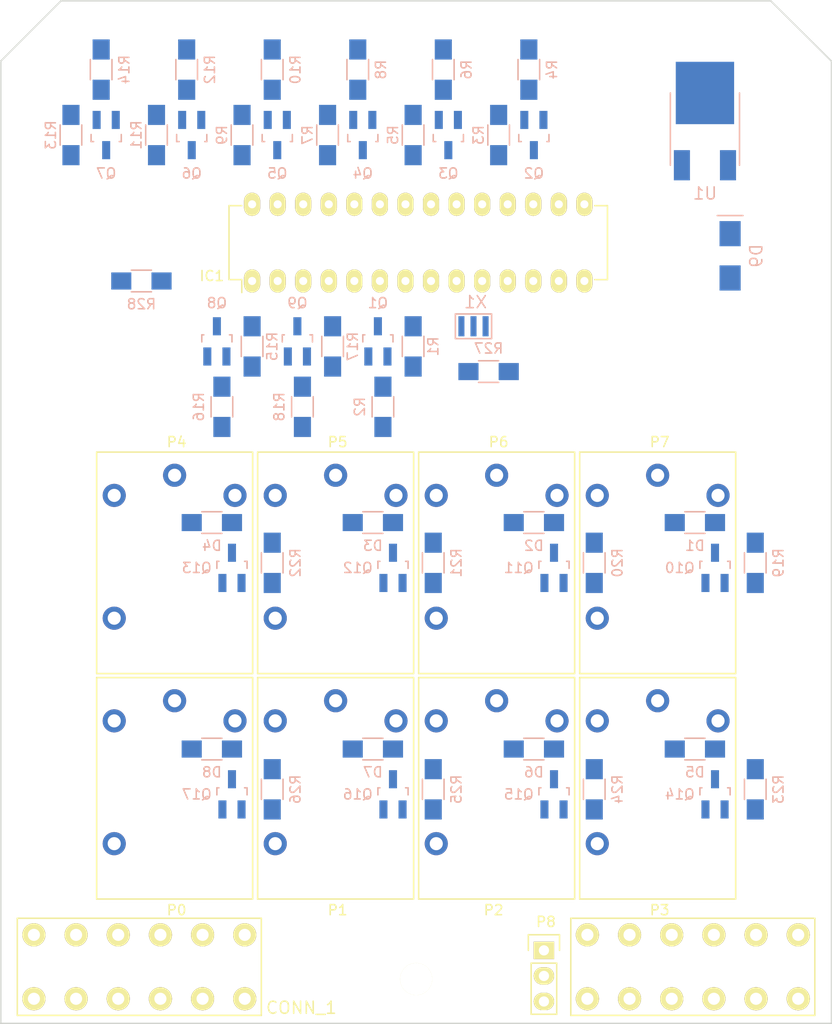
<source format=kicad_pcb>
(kicad_pcb (version 4) (host pcbnew 4.0.2-stable)

  (general
    (links 148)
    (no_connects 148)
    (area 105.080999 40.406999 187.781001 142.157001)
    (thickness 1.6)
    (drawings 6)
    (tracks 0)
    (zones 0)
    (modules 67)
    (nets 71)
  )

  (page A4)
  (layers
    (0 F.Cu signal)
    (31 B.Cu signal)
    (32 B.Adhes user)
    (33 F.Adhes user)
    (34 B.Paste user)
    (35 F.Paste user)
    (36 B.SilkS user)
    (37 F.SilkS user)
    (38 B.Mask user)
    (39 F.Mask user)
    (40 Dwgs.User user)
    (41 Cmts.User user)
    (42 Eco1.User user)
    (43 Eco2.User user)
    (44 Edge.Cuts user)
    (45 Margin user)
    (46 B.CrtYd user)
    (47 F.CrtYd user hide)
    (48 B.Fab user)
    (49 F.Fab user)
  )

  (setup
    (last_trace_width 0.4)
    (user_trace_width 0.4)
    (trace_clearance 0.2)
    (zone_clearance 0.508)
    (zone_45_only yes)
    (trace_min 0.2)
    (segment_width 0.2)
    (edge_width 0.15)
    (via_size 1.5)
    (via_drill 0.6)
    (via_min_size 0.4)
    (via_min_drill 0.3)
    (uvia_size 0.3)
    (uvia_drill 0.1)
    (uvias_allowed no)
    (uvia_min_size 0.2)
    (uvia_min_drill 0.1)
    (pcb_text_width 0.3)
    (pcb_text_size 1.5 1.5)
    (mod_edge_width 0.15)
    (mod_text_size 1 1)
    (mod_text_width 0.15)
    (pad_size 1.524 1.524)
    (pad_drill 0.762)
    (pad_to_mask_clearance 0.2)
    (aux_axis_origin 0 0)
    (grid_origin -5.8674 207.8228)
    (visible_elements 7FFEF77F)
    (pcbplotparams
      (layerselection 0x01000_80000001)
      (usegerberextensions false)
      (excludeedgelayer true)
      (linewidth 0.100000)
      (plotframeref false)
      (viasonmask false)
      (mode 1)
      (useauxorigin false)
      (hpglpennumber 1)
      (hpglpenspeed 20)
      (hpglpendiameter 15)
      (hpglpenoverlay 2)
      (psnegative false)
      (psa4output false)
      (plotreference true)
      (plotvalue true)
      (plotinvisibletext false)
      (padsonsilk false)
      (subtractmaskfromsilk false)
      (outputformat 1)
      (mirror false)
      (drillshape 0)
      (scaleselection 1)
      (outputdirectory Gerbers/))
  )

  (net 0 "")
  (net 1 GND)
  (net 2 "Net-(D1-Pad1)")
  (net 3 "Net-(D1-Pad2)")
  (net 4 "Net-(D2-Pad2)")
  (net 5 "Net-(D3-Pad2)")
  (net 6 "Net-(D4-Pad2)")
  (net 7 "Net-(D5-Pad2)")
  (net 8 "Net-(D6-Pad2)")
  (net 9 "Net-(D7-Pad2)")
  (net 10 "Net-(D8-Pad2)")
  (net 11 "Net-(IC1-Pad1)")
  (net 12 "Net-(IC1-Pad2)")
  (net 13 "Net-(IC1-Pad3)")
  (net 14 "Net-(IC1-Pad4)")
  (net 15 "Net-(IC1-Pad5)")
  (net 16 "Net-(IC1-Pad6)")
  (net 17 "Net-(IC1-Pad9)")
  (net 18 "Net-(IC1-Pad10)")
  (net 19 "Net-(IC1-Pad11)")
  (net 20 "Net-(IC1-Pad12)")
  (net 21 "Net-(IC1-Pad13)")
  (net 22 "Net-(IC1-Pad14)")
  (net 23 "Net-(IC1-Pad15)")
  (net 24 "Net-(IC1-Pad16)")
  (net 25 "Net-(IC1-Pad17)")
  (net 26 "Net-(IC1-Pad18)")
  (net 27 "Net-(IC1-Pad19)")
  (net 28 "Net-(IC1-Pad21)")
  (net 29 "Net-(IC1-Pad23)")
  (net 30 "Net-(IC1-Pad24)")
  (net 31 "Net-(IC1-Pad25)")
  (net 32 "Net-(IC1-Pad26)")
  (net 33 "Net-(IC1-Pad27)")
  (net 34 "Net-(IC1-Pad28)")
  (net 35 "Net-(Q1-Pad1)")
  (net 36 "Net-(Q2-Pad1)")
  (net 37 "Net-(Q3-Pad1)")
  (net 38 "Net-(Q4-Pad1)")
  (net 39 "Net-(Q5-Pad1)")
  (net 40 "Net-(Q6-Pad1)")
  (net 41 "Net-(Q7-Pad1)")
  (net 42 "Net-(Q8-Pad1)")
  (net 43 "Net-(Q9-Pad1)")
  (net 44 "Net-(Q10-Pad1)")
  (net 45 "Net-(Q11-Pad1)")
  (net 46 "Net-(Q12-Pad1)")
  (net 47 "Net-(Q13-Pad1)")
  (net 48 "Net-(Q14-Pad1)")
  (net 49 "Net-(Q15-Pad1)")
  (net 50 "Net-(Q16-Pad1)")
  (net 51 "Net-(Q17-Pad1)")
  (net 52 "Net-(CONN_1-PadA7)")
  (net 53 "Net-(CONN_1-PadA6)")
  (net 54 "Net-(CONN_1-PadA8)")
  (net 55 "Net-(CONN_1-PadA5)")
  (net 56 "Net-(CONN_1-PadA4)")
  (net 57 "Net-(CONN_1-PadA1)")
  (net 58 "Net-(CONN_1-PadB5)")
  (net 59 "Net-(CONN_1-PadB8)")
  (net 60 "Net-(CONN_1-PadB6)")
  (net 61 "Net-(CONN_1-PadB7)")
  (net 62 RLY0)
  (net 63 RLY1)
  (net 64 RLY2)
  (net 65 RLY3)
  (net 66 RLY7)
  (net 67 RLY6)
  (net 68 RLY5)
  (net 69 RLY4)
  (net 70 +5V)

  (net_class Default "This is the default net class."
    (clearance 0.2)
    (trace_width 0.4)
    (via_dia 1.5)
    (via_drill 0.6)
    (uvia_dia 0.3)
    (uvia_drill 0.1)
    (add_net +5V)
    (add_net GND)
    (add_net "Net-(CONN_1-PadA1)")
    (add_net "Net-(CONN_1-PadA4)")
    (add_net "Net-(CONN_1-PadA5)")
    (add_net "Net-(CONN_1-PadA6)")
    (add_net "Net-(CONN_1-PadA7)")
    (add_net "Net-(CONN_1-PadA8)")
    (add_net "Net-(CONN_1-PadB5)")
    (add_net "Net-(CONN_1-PadB6)")
    (add_net "Net-(CONN_1-PadB7)")
    (add_net "Net-(CONN_1-PadB8)")
    (add_net "Net-(D1-Pad2)")
    (add_net "Net-(D2-Pad2)")
    (add_net "Net-(D3-Pad2)")
    (add_net "Net-(D4-Pad2)")
    (add_net "Net-(D5-Pad2)")
    (add_net "Net-(D6-Pad2)")
    (add_net "Net-(D7-Pad2)")
    (add_net "Net-(D8-Pad2)")
    (add_net "Net-(IC1-Pad1)")
    (add_net "Net-(IC1-Pad10)")
    (add_net "Net-(IC1-Pad11)")
    (add_net "Net-(IC1-Pad12)")
    (add_net "Net-(IC1-Pad13)")
    (add_net "Net-(IC1-Pad14)")
    (add_net "Net-(IC1-Pad15)")
    (add_net "Net-(IC1-Pad16)")
    (add_net "Net-(IC1-Pad17)")
    (add_net "Net-(IC1-Pad18)")
    (add_net "Net-(IC1-Pad19)")
    (add_net "Net-(IC1-Pad2)")
    (add_net "Net-(IC1-Pad21)")
    (add_net "Net-(IC1-Pad23)")
    (add_net "Net-(IC1-Pad24)")
    (add_net "Net-(IC1-Pad25)")
    (add_net "Net-(IC1-Pad26)")
    (add_net "Net-(IC1-Pad27)")
    (add_net "Net-(IC1-Pad28)")
    (add_net "Net-(IC1-Pad3)")
    (add_net "Net-(IC1-Pad4)")
    (add_net "Net-(IC1-Pad5)")
    (add_net "Net-(IC1-Pad6)")
    (add_net "Net-(IC1-Pad9)")
    (add_net "Net-(Q1-Pad1)")
    (add_net "Net-(Q10-Pad1)")
    (add_net "Net-(Q11-Pad1)")
    (add_net "Net-(Q12-Pad1)")
    (add_net "Net-(Q13-Pad1)")
    (add_net "Net-(Q14-Pad1)")
    (add_net "Net-(Q15-Pad1)")
    (add_net "Net-(Q16-Pad1)")
    (add_net "Net-(Q17-Pad1)")
    (add_net "Net-(Q2-Pad1)")
    (add_net "Net-(Q3-Pad1)")
    (add_net "Net-(Q4-Pad1)")
    (add_net "Net-(Q5-Pad1)")
    (add_net "Net-(Q6-Pad1)")
    (add_net "Net-(Q7-Pad1)")
    (add_net "Net-(Q8-Pad1)")
    (add_net "Net-(Q9-Pad1)")
    (add_net RLY0)
    (add_net RLY1)
    (add_net RLY2)
    (add_net RLY3)
    (add_net RLY4)
    (add_net RLY5)
    (add_net RLY6)
    (add_net RLY7)
  )

  (net_class "5 Amps" ""
    (clearance 0.2)
    (trace_width 2)
    (via_dia 1.5)
    (via_drill 0.6)
    (uvia_dia 0.3)
    (uvia_drill 0.1)
  )

  (net_class "High Amps" ""
    (clearance 0.4)
    (trace_width 4.5)
    (via_dia 1.5)
    (via_drill 0.6)
    (uvia_dia 0.3)
    (uvia_drill 0.1)
    (add_net "Net-(D1-Pad1)")
  )

  (module TO_SOT_Packages_SMD:SOT-23_Handsoldering (layer B.Cu) (tedit 580E56DD) (tstamp 57C6255F)
    (at 128.1326 119.3228 180)
    (descr "SOT-23, Handsoldering")
    (tags SOT-23)
    (path /57C4C7CE)
    (attr smd)
    (fp_text reference Q17 (at 3.5 0 180) (layer B.SilkS)
      (effects (font (size 1 1) (thickness 0.15)) (justify mirror))
    )
    (fp_text value Q_NPN (at 0 -3.81 180) (layer B.Fab)
      (effects (font (size 1 1) (thickness 0.15)) (justify mirror))
    )
    (fp_line (start -1.49982 -0.0508) (end -1.49982 0.65024) (layer B.SilkS) (width 0.15))
    (fp_line (start -1.49982 0.65024) (end -1.2509 0.65024) (layer B.SilkS) (width 0.15))
    (fp_line (start 1.29916 0.65024) (end 1.49982 0.65024) (layer B.SilkS) (width 0.15))
    (fp_line (start 1.49982 0.65024) (end 1.49982 -0.0508) (layer B.SilkS) (width 0.15))
    (pad 1 smd rect (at -0.95 -1.50114 180) (size 0.8001 1.80086) (layers B.Cu B.Paste B.Mask)
      (net 51 "Net-(Q17-Pad1)"))
    (pad 2 smd rect (at 0.95 -1.50114 180) (size 0.8001 1.80086) (layers B.Cu B.Paste B.Mask)
      (net 1 GND))
    (pad 3 smd rect (at 0 1.50114 180) (size 0.8001 1.80086) (layers B.Cu B.Paste B.Mask)
      (net 10 "Net-(D8-Pad2)"))
    (model TO_SOT_Packages_SMD.3dshapes/SOT-23_Handsoldering.wrl
      (at (xyz 0 0 0))
      (scale (xyz 1 1 1))
      (rotate (xyz 0 0 0))
    )
  )

  (module TO_SOT_Packages_SMD:SOT-23_Handsoldering (layer B.Cu) (tedit 580E56E4) (tstamp 57C62551)
    (at 144.1326 119.3228 180)
    (descr "SOT-23, Handsoldering")
    (tags SOT-23)
    (path /57C4C7AC)
    (attr smd)
    (fp_text reference Q16 (at 3.5 0 180) (layer B.SilkS)
      (effects (font (size 1 1) (thickness 0.15)) (justify mirror))
    )
    (fp_text value Q_NPN (at 0 -3.81 180) (layer B.Fab)
      (effects (font (size 1 1) (thickness 0.15)) (justify mirror))
    )
    (fp_line (start -1.49982 -0.0508) (end -1.49982 0.65024) (layer B.SilkS) (width 0.15))
    (fp_line (start -1.49982 0.65024) (end -1.2509 0.65024) (layer B.SilkS) (width 0.15))
    (fp_line (start 1.29916 0.65024) (end 1.49982 0.65024) (layer B.SilkS) (width 0.15))
    (fp_line (start 1.49982 0.65024) (end 1.49982 -0.0508) (layer B.SilkS) (width 0.15))
    (pad 1 smd rect (at -0.95 -1.50114 180) (size 0.8001 1.80086) (layers B.Cu B.Paste B.Mask)
      (net 50 "Net-(Q16-Pad1)"))
    (pad 2 smd rect (at 0.95 -1.50114 180) (size 0.8001 1.80086) (layers B.Cu B.Paste B.Mask)
      (net 1 GND))
    (pad 3 smd rect (at 0 1.50114 180) (size 0.8001 1.80086) (layers B.Cu B.Paste B.Mask)
      (net 9 "Net-(D7-Pad2)"))
    (model TO_SOT_Packages_SMD.3dshapes/SOT-23_Handsoldering.wrl
      (at (xyz 0 0 0))
      (scale (xyz 1 1 1))
      (rotate (xyz 0 0 0))
    )
  )

  (module TO_SOT_Packages_SMD:SOT-23_Handsoldering (layer B.Cu) (tedit 580E56EE) (tstamp 57C62543)
    (at 160.1326 119.3228 180)
    (descr "SOT-23, Handsoldering")
    (tags SOT-23)
    (path /57C4C78A)
    (attr smd)
    (fp_text reference Q15 (at 3.5 0 180) (layer B.SilkS)
      (effects (font (size 1 1) (thickness 0.15)) (justify mirror))
    )
    (fp_text value Q_NPN (at 0 -3.81 180) (layer B.Fab)
      (effects (font (size 1 1) (thickness 0.15)) (justify mirror))
    )
    (fp_line (start -1.49982 -0.0508) (end -1.49982 0.65024) (layer B.SilkS) (width 0.15))
    (fp_line (start -1.49982 0.65024) (end -1.2509 0.65024) (layer B.SilkS) (width 0.15))
    (fp_line (start 1.29916 0.65024) (end 1.49982 0.65024) (layer B.SilkS) (width 0.15))
    (fp_line (start 1.49982 0.65024) (end 1.49982 -0.0508) (layer B.SilkS) (width 0.15))
    (pad 1 smd rect (at -0.95 -1.50114 180) (size 0.8001 1.80086) (layers B.Cu B.Paste B.Mask)
      (net 49 "Net-(Q15-Pad1)"))
    (pad 2 smd rect (at 0.95 -1.50114 180) (size 0.8001 1.80086) (layers B.Cu B.Paste B.Mask)
      (net 1 GND))
    (pad 3 smd rect (at 0 1.50114 180) (size 0.8001 1.80086) (layers B.Cu B.Paste B.Mask)
      (net 8 "Net-(D6-Pad2)"))
    (model TO_SOT_Packages_SMD.3dshapes/SOT-23_Handsoldering.wrl
      (at (xyz 0 0 0))
      (scale (xyz 1 1 1))
      (rotate (xyz 0 0 0))
    )
  )

  (module TO_SOT_Packages_SMD:SOT-23_Handsoldering (layer B.Cu) (tedit 580E56F7) (tstamp 57C62535)
    (at 176.1326 119.3228 180)
    (descr "SOT-23, Handsoldering")
    (tags SOT-23)
    (path /57C4C768)
    (attr smd)
    (fp_text reference Q14 (at 3.5 0 180) (layer B.SilkS)
      (effects (font (size 1 1) (thickness 0.15)) (justify mirror))
    )
    (fp_text value Q_NPN (at 0 -3.81 180) (layer B.Fab)
      (effects (font (size 1 1) (thickness 0.15)) (justify mirror))
    )
    (fp_line (start -1.49982 -0.0508) (end -1.49982 0.65024) (layer B.SilkS) (width 0.15))
    (fp_line (start -1.49982 0.65024) (end -1.2509 0.65024) (layer B.SilkS) (width 0.15))
    (fp_line (start 1.29916 0.65024) (end 1.49982 0.65024) (layer B.SilkS) (width 0.15))
    (fp_line (start 1.49982 0.65024) (end 1.49982 -0.0508) (layer B.SilkS) (width 0.15))
    (pad 1 smd rect (at -0.95 -1.50114 180) (size 0.8001 1.80086) (layers B.Cu B.Paste B.Mask)
      (net 48 "Net-(Q14-Pad1)"))
    (pad 2 smd rect (at 0.95 -1.50114 180) (size 0.8001 1.80086) (layers B.Cu B.Paste B.Mask)
      (net 1 GND))
    (pad 3 smd rect (at 0 1.50114 180) (size 0.8001 1.80086) (layers B.Cu B.Paste B.Mask)
      (net 7 "Net-(D5-Pad2)"))
    (model TO_SOT_Packages_SMD.3dshapes/SOT-23_Handsoldering.wrl
      (at (xyz 0 0 0))
      (scale (xyz 1 1 1))
      (rotate (xyz 0 0 0))
    )
  )

  (module TO_SOT_Packages_SMD:SOT-23_Handsoldering (layer B.Cu) (tedit 580E5698) (tstamp 57C62527)
    (at 128.1326 96.8228 180)
    (descr "SOT-23, Handsoldering")
    (tags SOT-23)
    (path /57C4AFD6)
    (attr smd)
    (fp_text reference Q13 (at 3.5 0 180) (layer B.SilkS)
      (effects (font (size 1 1) (thickness 0.15)) (justify mirror))
    )
    (fp_text value Q_NPN (at 0 -3.81 180) (layer B.Fab)
      (effects (font (size 1 1) (thickness 0.15)) (justify mirror))
    )
    (fp_line (start -1.49982 -0.0508) (end -1.49982 0.65024) (layer B.SilkS) (width 0.15))
    (fp_line (start -1.49982 0.65024) (end -1.2509 0.65024) (layer B.SilkS) (width 0.15))
    (fp_line (start 1.29916 0.65024) (end 1.49982 0.65024) (layer B.SilkS) (width 0.15))
    (fp_line (start 1.49982 0.65024) (end 1.49982 -0.0508) (layer B.SilkS) (width 0.15))
    (pad 1 smd rect (at -0.95 -1.50114 180) (size 0.8001 1.80086) (layers B.Cu B.Paste B.Mask)
      (net 47 "Net-(Q13-Pad1)"))
    (pad 2 smd rect (at 0.95 -1.50114 180) (size 0.8001 1.80086) (layers B.Cu B.Paste B.Mask)
      (net 1 GND))
    (pad 3 smd rect (at 0 1.50114 180) (size 0.8001 1.80086) (layers B.Cu B.Paste B.Mask)
      (net 6 "Net-(D4-Pad2)"))
    (model TO_SOT_Packages_SMD.3dshapes/SOT-23_Handsoldering.wrl
      (at (xyz 0 0 0))
      (scale (xyz 1 1 1))
      (rotate (xyz 0 0 0))
    )
  )

  (module TO_SOT_Packages_SMD:SOT-23_Handsoldering (layer B.Cu) (tedit 580E56AD) (tstamp 57C62519)
    (at 144.1326 96.8228 180)
    (descr "SOT-23, Handsoldering")
    (tags SOT-23)
    (path /57C4AFB4)
    (attr smd)
    (fp_text reference Q12 (at 3.5 0 180) (layer B.SilkS)
      (effects (font (size 1 1) (thickness 0.15)) (justify mirror))
    )
    (fp_text value Q_NPN (at 0 -3.81 180) (layer B.Fab)
      (effects (font (size 1 1) (thickness 0.15)) (justify mirror))
    )
    (fp_line (start -1.49982 -0.0508) (end -1.49982 0.65024) (layer B.SilkS) (width 0.15))
    (fp_line (start -1.49982 0.65024) (end -1.2509 0.65024) (layer B.SilkS) (width 0.15))
    (fp_line (start 1.29916 0.65024) (end 1.49982 0.65024) (layer B.SilkS) (width 0.15))
    (fp_line (start 1.49982 0.65024) (end 1.49982 -0.0508) (layer B.SilkS) (width 0.15))
    (pad 1 smd rect (at -0.95 -1.50114 180) (size 0.8001 1.80086) (layers B.Cu B.Paste B.Mask)
      (net 46 "Net-(Q12-Pad1)"))
    (pad 2 smd rect (at 0.95 -1.50114 180) (size 0.8001 1.80086) (layers B.Cu B.Paste B.Mask)
      (net 1 GND))
    (pad 3 smd rect (at 0 1.50114 180) (size 0.8001 1.80086) (layers B.Cu B.Paste B.Mask)
      (net 5 "Net-(D3-Pad2)"))
    (model TO_SOT_Packages_SMD.3dshapes/SOT-23_Handsoldering.wrl
      (at (xyz 0 0 0))
      (scale (xyz 1 1 1))
      (rotate (xyz 0 0 0))
    )
  )

  (module TO_SOT_Packages_SMD:SOT-23_Handsoldering (layer B.Cu) (tedit 580E56CB) (tstamp 57C6250B)
    (at 160.1326 96.8228 180)
    (descr "SOT-23, Handsoldering")
    (tags SOT-23)
    (path /57C4ADD1)
    (attr smd)
    (fp_text reference Q11 (at 3.5 0 180) (layer B.SilkS)
      (effects (font (size 1 1) (thickness 0.15)) (justify mirror))
    )
    (fp_text value Q_NPN (at 0 -3.81 180) (layer B.Fab)
      (effects (font (size 1 1) (thickness 0.15)) (justify mirror))
    )
    (fp_line (start -1.49982 -0.0508) (end -1.49982 0.65024) (layer B.SilkS) (width 0.15))
    (fp_line (start -1.49982 0.65024) (end -1.2509 0.65024) (layer B.SilkS) (width 0.15))
    (fp_line (start 1.29916 0.65024) (end 1.49982 0.65024) (layer B.SilkS) (width 0.15))
    (fp_line (start 1.49982 0.65024) (end 1.49982 -0.0508) (layer B.SilkS) (width 0.15))
    (pad 1 smd rect (at -0.95 -1.50114 180) (size 0.8001 1.80086) (layers B.Cu B.Paste B.Mask)
      (net 45 "Net-(Q11-Pad1)"))
    (pad 2 smd rect (at 0.95 -1.50114 180) (size 0.8001 1.80086) (layers B.Cu B.Paste B.Mask)
      (net 1 GND))
    (pad 3 smd rect (at 0 1.50114 180) (size 0.8001 1.80086) (layers B.Cu B.Paste B.Mask)
      (net 4 "Net-(D2-Pad2)"))
    (model TO_SOT_Packages_SMD.3dshapes/SOT-23_Handsoldering.wrl
      (at (xyz 0 0 0))
      (scale (xyz 1 1 1))
      (rotate (xyz 0 0 0))
    )
  )

  (module TO_SOT_Packages_SMD:SOT-23_Handsoldering (layer B.Cu) (tedit 580E56D2) (tstamp 57C624FD)
    (at 176.1326 96.8228 180)
    (descr "SOT-23, Handsoldering")
    (tags SOT-23)
    (path /57C435B9)
    (attr smd)
    (fp_text reference Q10 (at 3.5 0 180) (layer B.SilkS)
      (effects (font (size 1 1) (thickness 0.15)) (justify mirror))
    )
    (fp_text value Q_NPN (at 0 -3.81 180) (layer B.Fab)
      (effects (font (size 1 1) (thickness 0.15)) (justify mirror))
    )
    (fp_line (start -1.49982 -0.0508) (end -1.49982 0.65024) (layer B.SilkS) (width 0.15))
    (fp_line (start -1.49982 0.65024) (end -1.2509 0.65024) (layer B.SilkS) (width 0.15))
    (fp_line (start 1.29916 0.65024) (end 1.49982 0.65024) (layer B.SilkS) (width 0.15))
    (fp_line (start 1.49982 0.65024) (end 1.49982 -0.0508) (layer B.SilkS) (width 0.15))
    (pad 1 smd rect (at -0.95 -1.50114 180) (size 0.8001 1.80086) (layers B.Cu B.Paste B.Mask)
      (net 44 "Net-(Q10-Pad1)"))
    (pad 2 smd rect (at 0.95 -1.50114 180) (size 0.8001 1.80086) (layers B.Cu B.Paste B.Mask)
      (net 1 GND))
    (pad 3 smd rect (at 0 1.50114 180) (size 0.8001 1.80086) (layers B.Cu B.Paste B.Mask)
      (net 3 "Net-(D1-Pad2)"))
    (model TO_SOT_Packages_SMD.3dshapes/SOT-23_Handsoldering.wrl
      (at (xyz 0 0 0))
      (scale (xyz 1 1 1))
      (rotate (xyz 0 0 0))
    )
  )

  (module TO_SOT_Packages_SMD:SOT-23_Handsoldering (layer B.Cu) (tedit 54E9291B) (tstamp 57C624EF)
    (at 134.6326 74.3228 180)
    (descr "SOT-23, Handsoldering")
    (tags SOT-23)
    (path /57C38268)
    (attr smd)
    (fp_text reference Q9 (at 0 3.81 180) (layer B.SilkS)
      (effects (font (size 1 1) (thickness 0.15)) (justify mirror))
    )
    (fp_text value Q_NPN_BEC (at 0 -3.81 180) (layer B.Fab)
      (effects (font (size 1 1) (thickness 0.15)) (justify mirror))
    )
    (fp_line (start -1.49982 -0.0508) (end -1.49982 0.65024) (layer B.SilkS) (width 0.15))
    (fp_line (start -1.49982 0.65024) (end -1.2509 0.65024) (layer B.SilkS) (width 0.15))
    (fp_line (start 1.29916 0.65024) (end 1.49982 0.65024) (layer B.SilkS) (width 0.15))
    (fp_line (start 1.49982 0.65024) (end 1.49982 -0.0508) (layer B.SilkS) (width 0.15))
    (pad 1 smd rect (at -0.95 -1.50114 180) (size 0.8001 1.80086) (layers B.Cu B.Paste B.Mask)
      (net 43 "Net-(Q9-Pad1)"))
    (pad 2 smd rect (at 0.95 -1.50114 180) (size 0.8001 1.80086) (layers B.Cu B.Paste B.Mask)
      (net 1 GND))
    (pad 3 smd rect (at 0 1.50114 180) (size 0.8001 1.80086) (layers B.Cu B.Paste B.Mask)
      (net 15 "Net-(IC1-Pad5)"))
    (model TO_SOT_Packages_SMD.3dshapes/SOT-23_Handsoldering.wrl
      (at (xyz 0 0 0))
      (scale (xyz 1 1 1))
      (rotate (xyz 0 0 0))
    )
  )

  (module TO_SOT_Packages_SMD:SOT-23_Handsoldering (layer B.Cu) (tedit 54E9291B) (tstamp 57C624E1)
    (at 126.6326 74.3228 180)
    (descr "SOT-23, Handsoldering")
    (tags SOT-23)
    (path /57C38253)
    (attr smd)
    (fp_text reference Q8 (at 0 3.81 180) (layer B.SilkS)
      (effects (font (size 1 1) (thickness 0.15)) (justify mirror))
    )
    (fp_text value Q_NPN_BEC (at 0 -3.81 180) (layer B.Fab)
      (effects (font (size 1 1) (thickness 0.15)) (justify mirror))
    )
    (fp_line (start -1.49982 -0.0508) (end -1.49982 0.65024) (layer B.SilkS) (width 0.15))
    (fp_line (start -1.49982 0.65024) (end -1.2509 0.65024) (layer B.SilkS) (width 0.15))
    (fp_line (start 1.29916 0.65024) (end 1.49982 0.65024) (layer B.SilkS) (width 0.15))
    (fp_line (start 1.49982 0.65024) (end 1.49982 -0.0508) (layer B.SilkS) (width 0.15))
    (pad 1 smd rect (at -0.95 -1.50114 180) (size 0.8001 1.80086) (layers B.Cu B.Paste B.Mask)
      (net 42 "Net-(Q8-Pad1)"))
    (pad 2 smd rect (at 0.95 -1.50114 180) (size 0.8001 1.80086) (layers B.Cu B.Paste B.Mask)
      (net 1 GND))
    (pad 3 smd rect (at 0 1.50114 180) (size 0.8001 1.80086) (layers B.Cu B.Paste B.Mask)
      (net 14 "Net-(IC1-Pad4)"))
    (model TO_SOT_Packages_SMD.3dshapes/SOT-23_Handsoldering.wrl
      (at (xyz 0 0 0))
      (scale (xyz 1 1 1))
      (rotate (xyz 0 0 0))
    )
  )

  (module TO_SOT_Packages_SMD:SOT-23_Handsoldering (layer B.Cu) (tedit 54E9291B) (tstamp 57C624D3)
    (at 115.6326 53.8228)
    (descr "SOT-23, Handsoldering")
    (tags SOT-23)
    (path /57C3823E)
    (attr smd)
    (fp_text reference Q7 (at 0 3.81) (layer B.SilkS)
      (effects (font (size 1 1) (thickness 0.15)) (justify mirror))
    )
    (fp_text value Q_NPN_BEC (at 0 -3.81) (layer B.Fab)
      (effects (font (size 1 1) (thickness 0.15)) (justify mirror))
    )
    (fp_line (start -1.49982 -0.0508) (end -1.49982 0.65024) (layer B.SilkS) (width 0.15))
    (fp_line (start -1.49982 0.65024) (end -1.2509 0.65024) (layer B.SilkS) (width 0.15))
    (fp_line (start 1.29916 0.65024) (end 1.49982 0.65024) (layer B.SilkS) (width 0.15))
    (fp_line (start 1.49982 0.65024) (end 1.49982 -0.0508) (layer B.SilkS) (width 0.15))
    (pad 1 smd rect (at -0.95 -1.50114) (size 0.8001 1.80086) (layers B.Cu B.Paste B.Mask)
      (net 41 "Net-(Q7-Pad1)"))
    (pad 2 smd rect (at 0.95 -1.50114) (size 0.8001 1.80086) (layers B.Cu B.Paste B.Mask)
      (net 1 GND))
    (pad 3 smd rect (at 0 1.50114) (size 0.8001 1.80086) (layers B.Cu B.Paste B.Mask)
      (net 34 "Net-(IC1-Pad28)"))
    (model TO_SOT_Packages_SMD.3dshapes/SOT-23_Handsoldering.wrl
      (at (xyz 0 0 0))
      (scale (xyz 1 1 1))
      (rotate (xyz 0 0 0))
    )
  )

  (module TO_SOT_Packages_SMD:SOT-23_Handsoldering (layer B.Cu) (tedit 54E9291B) (tstamp 57C624C5)
    (at 124.1326 53.8228)
    (descr "SOT-23, Handsoldering")
    (tags SOT-23)
    (path /57C38229)
    (attr smd)
    (fp_text reference Q6 (at 0 3.81) (layer B.SilkS)
      (effects (font (size 1 1) (thickness 0.15)) (justify mirror))
    )
    (fp_text value Q_NPN_BEC (at 0 -3.81) (layer B.Fab)
      (effects (font (size 1 1) (thickness 0.15)) (justify mirror))
    )
    (fp_line (start -1.49982 -0.0508) (end -1.49982 0.65024) (layer B.SilkS) (width 0.15))
    (fp_line (start -1.49982 0.65024) (end -1.2509 0.65024) (layer B.SilkS) (width 0.15))
    (fp_line (start 1.29916 0.65024) (end 1.49982 0.65024) (layer B.SilkS) (width 0.15))
    (fp_line (start 1.49982 0.65024) (end 1.49982 -0.0508) (layer B.SilkS) (width 0.15))
    (pad 1 smd rect (at -0.95 -1.50114) (size 0.8001 1.80086) (layers B.Cu B.Paste B.Mask)
      (net 40 "Net-(Q6-Pad1)"))
    (pad 2 smd rect (at 0.95 -1.50114) (size 0.8001 1.80086) (layers B.Cu B.Paste B.Mask)
      (net 1 GND))
    (pad 3 smd rect (at 0 1.50114) (size 0.8001 1.80086) (layers B.Cu B.Paste B.Mask)
      (net 33 "Net-(IC1-Pad27)"))
    (model TO_SOT_Packages_SMD.3dshapes/SOT-23_Handsoldering.wrl
      (at (xyz 0 0 0))
      (scale (xyz 1 1 1))
      (rotate (xyz 0 0 0))
    )
  )

  (module TO_SOT_Packages_SMD:SOT-23_Handsoldering (layer B.Cu) (tedit 54E9291B) (tstamp 57C624B7)
    (at 132.6326 53.8228)
    (descr "SOT-23, Handsoldering")
    (tags SOT-23)
    (path /57C38086)
    (attr smd)
    (fp_text reference Q5 (at 0 3.81) (layer B.SilkS)
      (effects (font (size 1 1) (thickness 0.15)) (justify mirror))
    )
    (fp_text value Q_NPN_BEC (at 0 -3.81) (layer B.Fab)
      (effects (font (size 1 1) (thickness 0.15)) (justify mirror))
    )
    (fp_line (start -1.49982 -0.0508) (end -1.49982 0.65024) (layer B.SilkS) (width 0.15))
    (fp_line (start -1.49982 0.65024) (end -1.2509 0.65024) (layer B.SilkS) (width 0.15))
    (fp_line (start 1.29916 0.65024) (end 1.49982 0.65024) (layer B.SilkS) (width 0.15))
    (fp_line (start 1.49982 0.65024) (end 1.49982 -0.0508) (layer B.SilkS) (width 0.15))
    (pad 1 smd rect (at -0.95 -1.50114) (size 0.8001 1.80086) (layers B.Cu B.Paste B.Mask)
      (net 39 "Net-(Q5-Pad1)"))
    (pad 2 smd rect (at 0.95 -1.50114) (size 0.8001 1.80086) (layers B.Cu B.Paste B.Mask)
      (net 1 GND))
    (pad 3 smd rect (at 0 1.50114) (size 0.8001 1.80086) (layers B.Cu B.Paste B.Mask)
      (net 32 "Net-(IC1-Pad26)"))
    (model TO_SOT_Packages_SMD.3dshapes/SOT-23_Handsoldering.wrl
      (at (xyz 0 0 0))
      (scale (xyz 1 1 1))
      (rotate (xyz 0 0 0))
    )
  )

  (module TO_SOT_Packages_SMD:SOT-23_Handsoldering (layer B.Cu) (tedit 54E9291B) (tstamp 57C624A9)
    (at 141.1326 53.8228)
    (descr "SOT-23, Handsoldering")
    (tags SOT-23)
    (path /57C38071)
    (attr smd)
    (fp_text reference Q4 (at 0 3.81) (layer B.SilkS)
      (effects (font (size 1 1) (thickness 0.15)) (justify mirror))
    )
    (fp_text value Q_NPN_BEC (at 0 -3.81) (layer B.Fab)
      (effects (font (size 1 1) (thickness 0.15)) (justify mirror))
    )
    (fp_line (start -1.49982 -0.0508) (end -1.49982 0.65024) (layer B.SilkS) (width 0.15))
    (fp_line (start -1.49982 0.65024) (end -1.2509 0.65024) (layer B.SilkS) (width 0.15))
    (fp_line (start 1.29916 0.65024) (end 1.49982 0.65024) (layer B.SilkS) (width 0.15))
    (fp_line (start 1.49982 0.65024) (end 1.49982 -0.0508) (layer B.SilkS) (width 0.15))
    (pad 1 smd rect (at -0.95 -1.50114) (size 0.8001 1.80086) (layers B.Cu B.Paste B.Mask)
      (net 38 "Net-(Q4-Pad1)"))
    (pad 2 smd rect (at 0.95 -1.50114) (size 0.8001 1.80086) (layers B.Cu B.Paste B.Mask)
      (net 1 GND))
    (pad 3 smd rect (at 0 1.50114) (size 0.8001 1.80086) (layers B.Cu B.Paste B.Mask)
      (net 31 "Net-(IC1-Pad25)"))
    (model TO_SOT_Packages_SMD.3dshapes/SOT-23_Handsoldering.wrl
      (at (xyz 0 0 0))
      (scale (xyz 1 1 1))
      (rotate (xyz 0 0 0))
    )
  )

  (module TO_SOT_Packages_SMD:SOT-23_Handsoldering (layer B.Cu) (tedit 54E9291B) (tstamp 57C6249B)
    (at 149.6326 53.8228)
    (descr "SOT-23, Handsoldering")
    (tags SOT-23)
    (path /57C37C4D)
    (attr smd)
    (fp_text reference Q3 (at 0 3.81) (layer B.SilkS)
      (effects (font (size 1 1) (thickness 0.15)) (justify mirror))
    )
    (fp_text value Q_NPN_BEC (at 0 -3.81) (layer B.Fab)
      (effects (font (size 1 1) (thickness 0.15)) (justify mirror))
    )
    (fp_line (start -1.49982 -0.0508) (end -1.49982 0.65024) (layer B.SilkS) (width 0.15))
    (fp_line (start -1.49982 0.65024) (end -1.2509 0.65024) (layer B.SilkS) (width 0.15))
    (fp_line (start 1.29916 0.65024) (end 1.49982 0.65024) (layer B.SilkS) (width 0.15))
    (fp_line (start 1.49982 0.65024) (end 1.49982 -0.0508) (layer B.SilkS) (width 0.15))
    (pad 1 smd rect (at -0.95 -1.50114) (size 0.8001 1.80086) (layers B.Cu B.Paste B.Mask)
      (net 37 "Net-(Q3-Pad1)"))
    (pad 2 smd rect (at 0.95 -1.50114) (size 0.8001 1.80086) (layers B.Cu B.Paste B.Mask)
      (net 1 GND))
    (pad 3 smd rect (at 0 1.50114) (size 0.8001 1.80086) (layers B.Cu B.Paste B.Mask)
      (net 30 "Net-(IC1-Pad24)"))
    (model TO_SOT_Packages_SMD.3dshapes/SOT-23_Handsoldering.wrl
      (at (xyz 0 0 0))
      (scale (xyz 1 1 1))
      (rotate (xyz 0 0 0))
    )
  )

  (module TO_SOT_Packages_SMD:SOT-23_Handsoldering (layer B.Cu) (tedit 54E9291B) (tstamp 57C6248D)
    (at 158.1326 53.8228)
    (descr "SOT-23, Handsoldering")
    (tags SOT-23)
    (path /57BF78D0)
    (attr smd)
    (fp_text reference Q2 (at 0 3.81) (layer B.SilkS)
      (effects (font (size 1 1) (thickness 0.15)) (justify mirror))
    )
    (fp_text value Q_NPN_BEC (at 0 -3.81) (layer B.Fab)
      (effects (font (size 1 1) (thickness 0.15)) (justify mirror))
    )
    (fp_line (start -1.49982 -0.0508) (end -1.49982 0.65024) (layer B.SilkS) (width 0.15))
    (fp_line (start -1.49982 0.65024) (end -1.2509 0.65024) (layer B.SilkS) (width 0.15))
    (fp_line (start 1.29916 0.65024) (end 1.49982 0.65024) (layer B.SilkS) (width 0.15))
    (fp_line (start 1.49982 0.65024) (end 1.49982 -0.0508) (layer B.SilkS) (width 0.15))
    (pad 1 smd rect (at -0.95 -1.50114) (size 0.8001 1.80086) (layers B.Cu B.Paste B.Mask)
      (net 36 "Net-(Q2-Pad1)"))
    (pad 2 smd rect (at 0.95 -1.50114) (size 0.8001 1.80086) (layers B.Cu B.Paste B.Mask)
      (net 1 GND))
    (pad 3 smd rect (at 0 1.50114) (size 0.8001 1.80086) (layers B.Cu B.Paste B.Mask)
      (net 29 "Net-(IC1-Pad23)"))
    (model TO_SOT_Packages_SMD.3dshapes/SOT-23_Handsoldering.wrl
      (at (xyz 0 0 0))
      (scale (xyz 1 1 1))
      (rotate (xyz 0 0 0))
    )
  )

  (module TO_SOT_Packages_SMD:SOT-23_Handsoldering (layer B.Cu) (tedit 54E9291B) (tstamp 57C6247F)
    (at 142.6326 74.3228 180)
    (descr "SOT-23, Handsoldering")
    (tags SOT-23)
    (path /57C3AF76)
    (attr smd)
    (fp_text reference Q1 (at 0 3.81 180) (layer B.SilkS)
      (effects (font (size 1 1) (thickness 0.15)) (justify mirror))
    )
    (fp_text value Q_NPN_BEC (at 0 -3.81 180) (layer B.Fab)
      (effects (font (size 1 1) (thickness 0.15)) (justify mirror))
    )
    (fp_line (start -1.49982 -0.0508) (end -1.49982 0.65024) (layer B.SilkS) (width 0.15))
    (fp_line (start -1.49982 0.65024) (end -1.2509 0.65024) (layer B.SilkS) (width 0.15))
    (fp_line (start 1.29916 0.65024) (end 1.49982 0.65024) (layer B.SilkS) (width 0.15))
    (fp_line (start 1.49982 0.65024) (end 1.49982 -0.0508) (layer B.SilkS) (width 0.15))
    (pad 1 smd rect (at -0.95 -1.50114 180) (size 0.8001 1.80086) (layers B.Cu B.Paste B.Mask)
      (net 35 "Net-(Q1-Pad1)"))
    (pad 2 smd rect (at 0.95 -1.50114 180) (size 0.8001 1.80086) (layers B.Cu B.Paste B.Mask)
      (net 1 GND))
    (pad 3 smd rect (at 0 1.50114 180) (size 0.8001 1.80086) (layers B.Cu B.Paste B.Mask)
      (net 16 "Net-(IC1-Pad6)"))
    (model TO_SOT_Packages_SMD.3dshapes/SOT-23_Handsoldering.wrl
      (at (xyz 0 0 0))
      (scale (xyz 1 1 1))
      (rotate (xyz 0 0 0))
    )
  )

  (module Housings_DIP:DIP-28_W7.62mm_LongPads (layer F.Cu) (tedit 580E5EE1) (tstamp 580E4051)
    (at 130.1326 68.3228 90)
    (descr "28-lead dip package, row spacing 7.62 mm (300 mils), longer pads")
    (tags "dil dip 2.54 300")
    (path /580EE53F)
    (fp_text reference IC1 (at 0.5 -4 180) (layer F.SilkS)
      (effects (font (size 1 1) (thickness 0.15)))
    )
    (fp_text value ATMEGA328-P (at 0 -3.72 90) (layer F.Fab)
      (effects (font (size 1 1) (thickness 0.15)))
    )
    (fp_line (start -1.4 -2.45) (end -1.4 35.5) (layer F.CrtYd) (width 0.05))
    (fp_line (start 9 -2.45) (end 9 35.5) (layer F.CrtYd) (width 0.05))
    (fp_line (start -1.4 -2.45) (end 9 -2.45) (layer F.CrtYd) (width 0.05))
    (fp_line (start -1.4 35.5) (end 9 35.5) (layer F.CrtYd) (width 0.05))
    (fp_line (start 0.135 -2.295) (end 0.135 -1.025) (layer F.SilkS) (width 0.15))
    (fp_line (start 7.485 -2.295) (end 7.485 -1.025) (layer F.SilkS) (width 0.15))
    (fp_line (start 7.485 35.315) (end 7.485 34.045) (layer F.SilkS) (width 0.15))
    (fp_line (start 0.135 35.315) (end 0.135 34.045) (layer F.SilkS) (width 0.15))
    (fp_line (start 0.135 -2.295) (end 7.485 -2.295) (layer F.SilkS) (width 0.15))
    (fp_line (start 0.135 35.315) (end 7.485 35.315) (layer F.SilkS) (width 0.15))
    (fp_line (start 0.135 -1.025) (end -1.15 -1.025) (layer F.SilkS) (width 0.15))
    (pad 1 thru_hole oval (at 0 0 90) (size 2.3 1.6) (drill 0.8) (layers *.Cu *.Mask F.SilkS)
      (net 11 "Net-(IC1-Pad1)"))
    (pad 2 thru_hole oval (at 0 2.54 90) (size 2.3 1.6) (drill 0.8) (layers *.Cu *.Mask F.SilkS)
      (net 12 "Net-(IC1-Pad2)"))
    (pad 3 thru_hole oval (at 0 5.08 90) (size 2.3 1.6) (drill 0.8) (layers *.Cu *.Mask F.SilkS)
      (net 13 "Net-(IC1-Pad3)"))
    (pad 4 thru_hole oval (at 0 7.62 90) (size 2.3 1.6) (drill 0.8) (layers *.Cu *.Mask F.SilkS)
      (net 14 "Net-(IC1-Pad4)"))
    (pad 5 thru_hole oval (at 0 10.16 90) (size 2.3 1.6) (drill 0.8) (layers *.Cu *.Mask F.SilkS)
      (net 15 "Net-(IC1-Pad5)"))
    (pad 6 thru_hole oval (at 0 12.7 90) (size 2.3 1.6) (drill 0.8) (layers *.Cu *.Mask F.SilkS)
      (net 16 "Net-(IC1-Pad6)"))
    (pad 7 thru_hole oval (at 0 15.24 90) (size 2.3 1.6) (drill 0.8) (layers *.Cu *.Mask F.SilkS)
      (net 70 +5V))
    (pad 8 thru_hole oval (at 0 17.78 90) (size 2.3 1.6) (drill 0.8) (layers *.Cu *.Mask F.SilkS)
      (net 1 GND))
    (pad 9 thru_hole oval (at 0 20.32 90) (size 2.3 1.6) (drill 0.8) (layers *.Cu *.Mask F.SilkS)
      (net 17 "Net-(IC1-Pad9)"))
    (pad 10 thru_hole oval (at 0 22.86 90) (size 2.3 1.6) (drill 0.8) (layers *.Cu *.Mask F.SilkS)
      (net 18 "Net-(IC1-Pad10)"))
    (pad 11 thru_hole oval (at 0 25.4 90) (size 2.3 1.6) (drill 0.8) (layers *.Cu *.Mask F.SilkS)
      (net 19 "Net-(IC1-Pad11)"))
    (pad 12 thru_hole oval (at 0 27.94 90) (size 2.3 1.6) (drill 0.8) (layers *.Cu *.Mask F.SilkS)
      (net 20 "Net-(IC1-Pad12)"))
    (pad 13 thru_hole oval (at 0 30.48 90) (size 2.3 1.6) (drill 0.8) (layers *.Cu *.Mask F.SilkS)
      (net 21 "Net-(IC1-Pad13)"))
    (pad 14 thru_hole oval (at 0 33.02 90) (size 2.3 1.6) (drill 0.8) (layers *.Cu *.Mask F.SilkS)
      (net 22 "Net-(IC1-Pad14)"))
    (pad 15 thru_hole oval (at 7.62 33.02 90) (size 2.3 1.6) (drill 0.8) (layers *.Cu *.Mask F.SilkS)
      (net 23 "Net-(IC1-Pad15)"))
    (pad 16 thru_hole oval (at 7.62 30.48 90) (size 2.3 1.6) (drill 0.8) (layers *.Cu *.Mask F.SilkS)
      (net 24 "Net-(IC1-Pad16)"))
    (pad 17 thru_hole oval (at 7.62 27.94 90) (size 2.3 1.6) (drill 0.8) (layers *.Cu *.Mask F.SilkS)
      (net 25 "Net-(IC1-Pad17)"))
    (pad 18 thru_hole oval (at 7.62 25.4 90) (size 2.3 1.6) (drill 0.8) (layers *.Cu *.Mask F.SilkS)
      (net 26 "Net-(IC1-Pad18)"))
    (pad 19 thru_hole oval (at 7.62 22.86 90) (size 2.3 1.6) (drill 0.8) (layers *.Cu *.Mask F.SilkS)
      (net 27 "Net-(IC1-Pad19)"))
    (pad 20 thru_hole oval (at 7.62 20.32 90) (size 2.3 1.6) (drill 0.8) (layers *.Cu *.Mask F.SilkS)
      (net 70 +5V))
    (pad 21 thru_hole oval (at 7.62 17.78 90) (size 2.3 1.6) (drill 0.8) (layers *.Cu *.Mask F.SilkS)
      (net 28 "Net-(IC1-Pad21)"))
    (pad 22 thru_hole oval (at 7.62 15.24 90) (size 2.3 1.6) (drill 0.8) (layers *.Cu *.Mask F.SilkS)
      (net 1 GND))
    (pad 23 thru_hole oval (at 7.62 12.7 90) (size 2.3 1.6) (drill 0.8) (layers *.Cu *.Mask F.SilkS)
      (net 29 "Net-(IC1-Pad23)"))
    (pad 24 thru_hole oval (at 7.62 10.16 90) (size 2.3 1.6) (drill 0.8) (layers *.Cu *.Mask F.SilkS)
      (net 30 "Net-(IC1-Pad24)"))
    (pad 25 thru_hole oval (at 7.62 7.62 90) (size 2.3 1.6) (drill 0.8) (layers *.Cu *.Mask F.SilkS)
      (net 31 "Net-(IC1-Pad25)"))
    (pad 26 thru_hole oval (at 7.62 5.08 90) (size 2.3 1.6) (drill 0.8) (layers *.Cu *.Mask F.SilkS)
      (net 32 "Net-(IC1-Pad26)"))
    (pad 27 thru_hole oval (at 7.62 2.54 90) (size 2.3 1.6) (drill 0.8) (layers *.Cu *.Mask F.SilkS)
      (net 33 "Net-(IC1-Pad27)"))
    (pad 28 thru_hole oval (at 7.62 0 90) (size 2.3 1.6) (drill 0.8) (layers *.Cu *.Mask F.SilkS)
      (net 34 "Net-(IC1-Pad28)"))
    (model Housings_DIP.3dshapes/DIP-28_W7.62mm_LongPads.wrl
      (at (xyz 0 0 0))
      (scale (xyz 1 1 1))
      (rotate (xyz 0 0 0))
    )
  )

  (module Resistors_SMD:R_1206_HandSoldering (layer B.Cu) (tedit 5418A20D) (tstamp 57C62934)
    (at 132.1326 118.8228 90)
    (descr "Resistor SMD 1206, hand soldering")
    (tags "resistor 1206")
    (path /57C4C7E4)
    (attr smd)
    (fp_text reference R26 (at 0 2.3 90) (layer B.SilkS)
      (effects (font (size 1 1) (thickness 0.15)) (justify mirror))
    )
    (fp_text value 680 (at 0 -2.3 90) (layer B.Fab)
      (effects (font (size 1 1) (thickness 0.15)) (justify mirror))
    )
    (fp_line (start -3.3 1.2) (end 3.3 1.2) (layer B.CrtYd) (width 0.05))
    (fp_line (start -3.3 -1.2) (end 3.3 -1.2) (layer B.CrtYd) (width 0.05))
    (fp_line (start -3.3 1.2) (end -3.3 -1.2) (layer B.CrtYd) (width 0.05))
    (fp_line (start 3.3 1.2) (end 3.3 -1.2) (layer B.CrtYd) (width 0.05))
    (fp_line (start 1 -1.075) (end -1 -1.075) (layer B.SilkS) (width 0.15))
    (fp_line (start -1 1.075) (end 1 1.075) (layer B.SilkS) (width 0.15))
    (pad 1 smd rect (at -2 0 90) (size 2 1.7) (layers B.Cu B.Paste B.Mask)
      (net 51 "Net-(Q17-Pad1)"))
    (pad 2 smd rect (at 2 0 90) (size 2 1.7) (layers B.Cu B.Paste B.Mask)
      (net 19 "Net-(IC1-Pad11)"))
    (model Resistors_SMD.3dshapes/R_1206_HandSoldering.wrl
      (at (xyz 0 0 0))
      (scale (xyz 1 1 1))
      (rotate (xyz 0 0 0))
    )
  )

  (module Resistors_SMD:R_1206_HandSoldering (layer B.Cu) (tedit 5418A20D) (tstamp 57C6292E)
    (at 148.1326 118.8228 90)
    (descr "Resistor SMD 1206, hand soldering")
    (tags "resistor 1206")
    (path /57C4C7C2)
    (attr smd)
    (fp_text reference R25 (at 0 2.3 90) (layer B.SilkS)
      (effects (font (size 1 1) (thickness 0.15)) (justify mirror))
    )
    (fp_text value 680 (at 0 -2.3 90) (layer B.Fab)
      (effects (font (size 1 1) (thickness 0.15)) (justify mirror))
    )
    (fp_line (start -3.3 1.2) (end 3.3 1.2) (layer B.CrtYd) (width 0.05))
    (fp_line (start -3.3 -1.2) (end 3.3 -1.2) (layer B.CrtYd) (width 0.05))
    (fp_line (start -3.3 1.2) (end -3.3 -1.2) (layer B.CrtYd) (width 0.05))
    (fp_line (start 3.3 1.2) (end 3.3 -1.2) (layer B.CrtYd) (width 0.05))
    (fp_line (start 1 -1.075) (end -1 -1.075) (layer B.SilkS) (width 0.15))
    (fp_line (start -1 1.075) (end 1 1.075) (layer B.SilkS) (width 0.15))
    (pad 1 smd rect (at -2 0 90) (size 2 1.7) (layers B.Cu B.Paste B.Mask)
      (net 50 "Net-(Q16-Pad1)"))
    (pad 2 smd rect (at 2 0 90) (size 2 1.7) (layers B.Cu B.Paste B.Mask)
      (net 20 "Net-(IC1-Pad12)"))
    (model Resistors_SMD.3dshapes/R_1206_HandSoldering.wrl
      (at (xyz 0 0 0))
      (scale (xyz 1 1 1))
      (rotate (xyz 0 0 0))
    )
  )

  (module Resistors_SMD:R_1206_HandSoldering (layer B.Cu) (tedit 5418A20D) (tstamp 57C62928)
    (at 164.1326 118.8228 90)
    (descr "Resistor SMD 1206, hand soldering")
    (tags "resistor 1206")
    (path /57C4C7A0)
    (attr smd)
    (fp_text reference R24 (at 0 2.3 90) (layer B.SilkS)
      (effects (font (size 1 1) (thickness 0.15)) (justify mirror))
    )
    (fp_text value 680 (at 0 -2.3 90) (layer B.Fab)
      (effects (font (size 1 1) (thickness 0.15)) (justify mirror))
    )
    (fp_line (start -3.3 1.2) (end 3.3 1.2) (layer B.CrtYd) (width 0.05))
    (fp_line (start -3.3 -1.2) (end 3.3 -1.2) (layer B.CrtYd) (width 0.05))
    (fp_line (start -3.3 1.2) (end -3.3 -1.2) (layer B.CrtYd) (width 0.05))
    (fp_line (start 3.3 1.2) (end 3.3 -1.2) (layer B.CrtYd) (width 0.05))
    (fp_line (start 1 -1.075) (end -1 -1.075) (layer B.SilkS) (width 0.15))
    (fp_line (start -1 1.075) (end 1 1.075) (layer B.SilkS) (width 0.15))
    (pad 1 smd rect (at -2 0 90) (size 2 1.7) (layers B.Cu B.Paste B.Mask)
      (net 49 "Net-(Q15-Pad1)"))
    (pad 2 smd rect (at 2 0 90) (size 2 1.7) (layers B.Cu B.Paste B.Mask)
      (net 21 "Net-(IC1-Pad13)"))
    (model Resistors_SMD.3dshapes/R_1206_HandSoldering.wrl
      (at (xyz 0 0 0))
      (scale (xyz 1 1 1))
      (rotate (xyz 0 0 0))
    )
  )

  (module Resistors_SMD:R_1206_HandSoldering (layer B.Cu) (tedit 5418A20D) (tstamp 57C62922)
    (at 180.1326 118.8228 90)
    (descr "Resistor SMD 1206, hand soldering")
    (tags "resistor 1206")
    (path /57C4C77E)
    (attr smd)
    (fp_text reference R23 (at 0 2.3 90) (layer B.SilkS)
      (effects (font (size 1 1) (thickness 0.15)) (justify mirror))
    )
    (fp_text value 680 (at 0 -2.3 90) (layer B.Fab)
      (effects (font (size 1 1) (thickness 0.15)) (justify mirror))
    )
    (fp_line (start -3.3 1.2) (end 3.3 1.2) (layer B.CrtYd) (width 0.05))
    (fp_line (start -3.3 -1.2) (end 3.3 -1.2) (layer B.CrtYd) (width 0.05))
    (fp_line (start -3.3 1.2) (end -3.3 -1.2) (layer B.CrtYd) (width 0.05))
    (fp_line (start 3.3 1.2) (end 3.3 -1.2) (layer B.CrtYd) (width 0.05))
    (fp_line (start 1 -1.075) (end -1 -1.075) (layer B.SilkS) (width 0.15))
    (fp_line (start -1 1.075) (end 1 1.075) (layer B.SilkS) (width 0.15))
    (pad 1 smd rect (at -2 0 90) (size 2 1.7) (layers B.Cu B.Paste B.Mask)
      (net 48 "Net-(Q14-Pad1)"))
    (pad 2 smd rect (at 2 0 90) (size 2 1.7) (layers B.Cu B.Paste B.Mask)
      (net 22 "Net-(IC1-Pad14)"))
    (model Resistors_SMD.3dshapes/R_1206_HandSoldering.wrl
      (at (xyz 0 0 0))
      (scale (xyz 1 1 1))
      (rotate (xyz 0 0 0))
    )
  )

  (module Resistors_SMD:R_1206_HandSoldering (layer B.Cu) (tedit 5418A20D) (tstamp 57C6291C)
    (at 132.1326 96.3228 90)
    (descr "Resistor SMD 1206, hand soldering")
    (tags "resistor 1206")
    (path /57C4AFEC)
    (attr smd)
    (fp_text reference R22 (at 0 2.3 90) (layer B.SilkS)
      (effects (font (size 1 1) (thickness 0.15)) (justify mirror))
    )
    (fp_text value 680 (at 0 -2.3 90) (layer B.Fab)
      (effects (font (size 1 1) (thickness 0.15)) (justify mirror))
    )
    (fp_line (start -3.3 1.2) (end 3.3 1.2) (layer B.CrtYd) (width 0.05))
    (fp_line (start -3.3 -1.2) (end 3.3 -1.2) (layer B.CrtYd) (width 0.05))
    (fp_line (start -3.3 1.2) (end -3.3 -1.2) (layer B.CrtYd) (width 0.05))
    (fp_line (start 3.3 1.2) (end 3.3 -1.2) (layer B.CrtYd) (width 0.05))
    (fp_line (start 1 -1.075) (end -1 -1.075) (layer B.SilkS) (width 0.15))
    (fp_line (start -1 1.075) (end 1 1.075) (layer B.SilkS) (width 0.15))
    (pad 1 smd rect (at -2 0 90) (size 2 1.7) (layers B.Cu B.Paste B.Mask)
      (net 47 "Net-(Q13-Pad1)"))
    (pad 2 smd rect (at 2 0 90) (size 2 1.7) (layers B.Cu B.Paste B.Mask)
      (net 23 "Net-(IC1-Pad15)"))
    (model Resistors_SMD.3dshapes/R_1206_HandSoldering.wrl
      (at (xyz 0 0 0))
      (scale (xyz 1 1 1))
      (rotate (xyz 0 0 0))
    )
  )

  (module Resistors_SMD:R_1206_HandSoldering (layer B.Cu) (tedit 5418A20D) (tstamp 57C62916)
    (at 148.1326 96.3228 90)
    (descr "Resistor SMD 1206, hand soldering")
    (tags "resistor 1206")
    (path /57C4AFCA)
    (attr smd)
    (fp_text reference R21 (at 0 2.3 90) (layer B.SilkS)
      (effects (font (size 1 1) (thickness 0.15)) (justify mirror))
    )
    (fp_text value 680 (at 0 -2.3 90) (layer B.Fab)
      (effects (font (size 1 1) (thickness 0.15)) (justify mirror))
    )
    (fp_line (start -3.3 1.2) (end 3.3 1.2) (layer B.CrtYd) (width 0.05))
    (fp_line (start -3.3 -1.2) (end 3.3 -1.2) (layer B.CrtYd) (width 0.05))
    (fp_line (start -3.3 1.2) (end -3.3 -1.2) (layer B.CrtYd) (width 0.05))
    (fp_line (start 3.3 1.2) (end 3.3 -1.2) (layer B.CrtYd) (width 0.05))
    (fp_line (start 1 -1.075) (end -1 -1.075) (layer B.SilkS) (width 0.15))
    (fp_line (start -1 1.075) (end 1 1.075) (layer B.SilkS) (width 0.15))
    (pad 1 smd rect (at -2 0 90) (size 2 1.7) (layers B.Cu B.Paste B.Mask)
      (net 46 "Net-(Q12-Pad1)"))
    (pad 2 smd rect (at 2 0 90) (size 2 1.7) (layers B.Cu B.Paste B.Mask)
      (net 24 "Net-(IC1-Pad16)"))
    (model Resistors_SMD.3dshapes/R_1206_HandSoldering.wrl
      (at (xyz 0 0 0))
      (scale (xyz 1 1 1))
      (rotate (xyz 0 0 0))
    )
  )

  (module Resistors_SMD:R_1206_HandSoldering (layer B.Cu) (tedit 5418A20D) (tstamp 57C62910)
    (at 164.1326 96.3228 90)
    (descr "Resistor SMD 1206, hand soldering")
    (tags "resistor 1206")
    (path /57C4ADE7)
    (attr smd)
    (fp_text reference R20 (at 0 2.3 90) (layer B.SilkS)
      (effects (font (size 1 1) (thickness 0.15)) (justify mirror))
    )
    (fp_text value 680 (at 0 -2.3 90) (layer B.Fab)
      (effects (font (size 1 1) (thickness 0.15)) (justify mirror))
    )
    (fp_line (start -3.3 1.2) (end 3.3 1.2) (layer B.CrtYd) (width 0.05))
    (fp_line (start -3.3 -1.2) (end 3.3 -1.2) (layer B.CrtYd) (width 0.05))
    (fp_line (start -3.3 1.2) (end -3.3 -1.2) (layer B.CrtYd) (width 0.05))
    (fp_line (start 3.3 1.2) (end 3.3 -1.2) (layer B.CrtYd) (width 0.05))
    (fp_line (start 1 -1.075) (end -1 -1.075) (layer B.SilkS) (width 0.15))
    (fp_line (start -1 1.075) (end 1 1.075) (layer B.SilkS) (width 0.15))
    (pad 1 smd rect (at -2 0 90) (size 2 1.7) (layers B.Cu B.Paste B.Mask)
      (net 45 "Net-(Q11-Pad1)"))
    (pad 2 smd rect (at 2 0 90) (size 2 1.7) (layers B.Cu B.Paste B.Mask)
      (net 25 "Net-(IC1-Pad17)"))
    (model Resistors_SMD.3dshapes/R_1206_HandSoldering.wrl
      (at (xyz 0 0 0))
      (scale (xyz 1 1 1))
      (rotate (xyz 0 0 0))
    )
  )

  (module Resistors_SMD:R_1206_HandSoldering (layer B.Cu) (tedit 5418A20D) (tstamp 57C6290A)
    (at 180.1326 96.3228 90)
    (descr "Resistor SMD 1206, hand soldering")
    (tags "resistor 1206")
    (path /57C450DB)
    (attr smd)
    (fp_text reference R19 (at 0 2.3 90) (layer B.SilkS)
      (effects (font (size 1 1) (thickness 0.15)) (justify mirror))
    )
    (fp_text value 680 (at 0 -2.3 90) (layer B.Fab)
      (effects (font (size 1 1) (thickness 0.15)) (justify mirror))
    )
    (fp_line (start -3.3 1.2) (end 3.3 1.2) (layer B.CrtYd) (width 0.05))
    (fp_line (start -3.3 -1.2) (end 3.3 -1.2) (layer B.CrtYd) (width 0.05))
    (fp_line (start -3.3 1.2) (end -3.3 -1.2) (layer B.CrtYd) (width 0.05))
    (fp_line (start 3.3 1.2) (end 3.3 -1.2) (layer B.CrtYd) (width 0.05))
    (fp_line (start 1 -1.075) (end -1 -1.075) (layer B.SilkS) (width 0.15))
    (fp_line (start -1 1.075) (end 1 1.075) (layer B.SilkS) (width 0.15))
    (pad 1 smd rect (at -2 0 90) (size 2 1.7) (layers B.Cu B.Paste B.Mask)
      (net 44 "Net-(Q10-Pad1)"))
    (pad 2 smd rect (at 2 0 90) (size 2 1.7) (layers B.Cu B.Paste B.Mask)
      (net 26 "Net-(IC1-Pad18)"))
    (model Resistors_SMD.3dshapes/R_1206_HandSoldering.wrl
      (at (xyz 0 0 0))
      (scale (xyz 1 1 1))
      (rotate (xyz 0 0 0))
    )
  )

  (module Resistors_SMD:R_1206_HandSoldering (layer B.Cu) (tedit 5418A20D) (tstamp 57C62904)
    (at 135.1326 80.8228 270)
    (descr "Resistor SMD 1206, hand soldering")
    (tags "resistor 1206")
    (path /57C3826E)
    (attr smd)
    (fp_text reference R18 (at 0 2.3 270) (layer B.SilkS)
      (effects (font (size 1 1) (thickness 0.15)) (justify mirror))
    )
    (fp_text value 10k (at 0 -2.3 270) (layer B.Fab)
      (effects (font (size 1 1) (thickness 0.15)) (justify mirror))
    )
    (fp_line (start -3.3 1.2) (end 3.3 1.2) (layer B.CrtYd) (width 0.05))
    (fp_line (start -3.3 -1.2) (end 3.3 -1.2) (layer B.CrtYd) (width 0.05))
    (fp_line (start -3.3 1.2) (end -3.3 -1.2) (layer B.CrtYd) (width 0.05))
    (fp_line (start 3.3 1.2) (end 3.3 -1.2) (layer B.CrtYd) (width 0.05))
    (fp_line (start 1 -1.075) (end -1 -1.075) (layer B.SilkS) (width 0.15))
    (fp_line (start -1 1.075) (end 1 1.075) (layer B.SilkS) (width 0.15))
    (pad 1 smd rect (at -2 0 270) (size 2 1.7) (layers B.Cu B.Paste B.Mask)
      (net 43 "Net-(Q9-Pad1)"))
    (pad 2 smd rect (at 2 0 270) (size 2 1.7) (layers B.Cu B.Paste B.Mask)
      (net 59 "Net-(CONN_1-PadB8)"))
    (model Resistors_SMD.3dshapes/R_1206_HandSoldering.wrl
      (at (xyz 0 0 0))
      (scale (xyz 1 1 1))
      (rotate (xyz 0 0 0))
    )
  )

  (module Resistors_SMD:R_1206_HandSoldering (layer B.Cu) (tedit 580E58BC) (tstamp 57C628FE)
    (at 138.1326 74.8228 270)
    (descr "Resistor SMD 1206, hand soldering")
    (tags "resistor 1206")
    (path /57C38274)
    (attr smd)
    (fp_text reference R17 (at 0 -2 270) (layer B.SilkS)
      (effects (font (size 1 1) (thickness 0.15)) (justify mirror))
    )
    (fp_text value 10k (at 0 -2.3 270) (layer B.Fab)
      (effects (font (size 1 1) (thickness 0.15)) (justify mirror))
    )
    (fp_line (start -3.3 1.2) (end 3.3 1.2) (layer B.CrtYd) (width 0.05))
    (fp_line (start -3.3 -1.2) (end 3.3 -1.2) (layer B.CrtYd) (width 0.05))
    (fp_line (start -3.3 1.2) (end -3.3 -1.2) (layer B.CrtYd) (width 0.05))
    (fp_line (start 3.3 1.2) (end 3.3 -1.2) (layer B.CrtYd) (width 0.05))
    (fp_line (start 1 -1.075) (end -1 -1.075) (layer B.SilkS) (width 0.15))
    (fp_line (start -1 1.075) (end 1 1.075) (layer B.SilkS) (width 0.15))
    (pad 1 smd rect (at -2 0 270) (size 2 1.7) (layers B.Cu B.Paste B.Mask)
      (net 15 "Net-(IC1-Pad5)"))
    (pad 2 smd rect (at 2 0 270) (size 2 1.7) (layers B.Cu B.Paste B.Mask)
      (net 70 +5V))
    (model Resistors_SMD.3dshapes/R_1206_HandSoldering.wrl
      (at (xyz 0 0 0))
      (scale (xyz 1 1 1))
      (rotate (xyz 0 0 0))
    )
  )

  (module Resistors_SMD:R_1206_HandSoldering (layer B.Cu) (tedit 5418A20D) (tstamp 57C628F8)
    (at 127.1326 80.8228 270)
    (descr "Resistor SMD 1206, hand soldering")
    (tags "resistor 1206")
    (path /57C38259)
    (attr smd)
    (fp_text reference R16 (at 0 2.3 270) (layer B.SilkS)
      (effects (font (size 1 1) (thickness 0.15)) (justify mirror))
    )
    (fp_text value 10k (at 0 -2.3 270) (layer B.Fab)
      (effects (font (size 1 1) (thickness 0.15)) (justify mirror))
    )
    (fp_line (start -3.3 1.2) (end 3.3 1.2) (layer B.CrtYd) (width 0.05))
    (fp_line (start -3.3 -1.2) (end 3.3 -1.2) (layer B.CrtYd) (width 0.05))
    (fp_line (start -3.3 1.2) (end -3.3 -1.2) (layer B.CrtYd) (width 0.05))
    (fp_line (start 3.3 1.2) (end 3.3 -1.2) (layer B.CrtYd) (width 0.05))
    (fp_line (start 1 -1.075) (end -1 -1.075) (layer B.SilkS) (width 0.15))
    (fp_line (start -1 1.075) (end 1 1.075) (layer B.SilkS) (width 0.15))
    (pad 1 smd rect (at -2 0 270) (size 2 1.7) (layers B.Cu B.Paste B.Mask)
      (net 42 "Net-(Q8-Pad1)"))
    (pad 2 smd rect (at 2 0 270) (size 2 1.7) (layers B.Cu B.Paste B.Mask)
      (net 61 "Net-(CONN_1-PadB7)"))
    (model Resistors_SMD.3dshapes/R_1206_HandSoldering.wrl
      (at (xyz 0 0 0))
      (scale (xyz 1 1 1))
      (rotate (xyz 0 0 0))
    )
  )

  (module Resistors_SMD:R_1206_HandSoldering (layer B.Cu) (tedit 580E5911) (tstamp 57C628F2)
    (at 130.1326 74.8228 270)
    (descr "Resistor SMD 1206, hand soldering")
    (tags "resistor 1206")
    (path /57C3825F)
    (attr smd)
    (fp_text reference R15 (at 0 -2 270) (layer B.SilkS)
      (effects (font (size 1 1) (thickness 0.15)) (justify mirror))
    )
    (fp_text value 10k (at 0 -2.3 270) (layer B.Fab)
      (effects (font (size 1 1) (thickness 0.15)) (justify mirror))
    )
    (fp_line (start -3.3 1.2) (end 3.3 1.2) (layer B.CrtYd) (width 0.05))
    (fp_line (start -3.3 -1.2) (end 3.3 -1.2) (layer B.CrtYd) (width 0.05))
    (fp_line (start -3.3 1.2) (end -3.3 -1.2) (layer B.CrtYd) (width 0.05))
    (fp_line (start 3.3 1.2) (end 3.3 -1.2) (layer B.CrtYd) (width 0.05))
    (fp_line (start 1 -1.075) (end -1 -1.075) (layer B.SilkS) (width 0.15))
    (fp_line (start -1 1.075) (end 1 1.075) (layer B.SilkS) (width 0.15))
    (pad 1 smd rect (at -2 0 270) (size 2 1.7) (layers B.Cu B.Paste B.Mask)
      (net 14 "Net-(IC1-Pad4)"))
    (pad 2 smd rect (at 2 0 270) (size 2 1.7) (layers B.Cu B.Paste B.Mask)
      (net 70 +5V))
    (model Resistors_SMD.3dshapes/R_1206_HandSoldering.wrl
      (at (xyz 0 0 0))
      (scale (xyz 1 1 1))
      (rotate (xyz 0 0 0))
    )
  )

  (module Resistors_SMD:R_1206_HandSoldering (layer B.Cu) (tedit 5418A20D) (tstamp 57C628EC)
    (at 115.1326 47.3228 90)
    (descr "Resistor SMD 1206, hand soldering")
    (tags "resistor 1206")
    (path /57C38244)
    (attr smd)
    (fp_text reference R14 (at 0 2.3 90) (layer B.SilkS)
      (effects (font (size 1 1) (thickness 0.15)) (justify mirror))
    )
    (fp_text value 10k (at 0 -2.3 90) (layer B.Fab)
      (effects (font (size 1 1) (thickness 0.15)) (justify mirror))
    )
    (fp_line (start -3.3 1.2) (end 3.3 1.2) (layer B.CrtYd) (width 0.05))
    (fp_line (start -3.3 -1.2) (end 3.3 -1.2) (layer B.CrtYd) (width 0.05))
    (fp_line (start -3.3 1.2) (end -3.3 -1.2) (layer B.CrtYd) (width 0.05))
    (fp_line (start 3.3 1.2) (end 3.3 -1.2) (layer B.CrtYd) (width 0.05))
    (fp_line (start 1 -1.075) (end -1 -1.075) (layer B.SilkS) (width 0.15))
    (fp_line (start -1 1.075) (end 1 1.075) (layer B.SilkS) (width 0.15))
    (pad 1 smd rect (at -2 0 90) (size 2 1.7) (layers B.Cu B.Paste B.Mask)
      (net 41 "Net-(Q7-Pad1)"))
    (pad 2 smd rect (at 2 0 90) (size 2 1.7) (layers B.Cu B.Paste B.Mask)
      (net 60 "Net-(CONN_1-PadB6)"))
    (model Resistors_SMD.3dshapes/R_1206_HandSoldering.wrl
      (at (xyz 0 0 0))
      (scale (xyz 1 1 1))
      (rotate (xyz 0 0 0))
    )
  )

  (module Resistors_SMD:R_1206_HandSoldering (layer B.Cu) (tedit 580E59C8) (tstamp 57C628E6)
    (at 112.1326 53.8228 90)
    (descr "Resistor SMD 1206, hand soldering")
    (tags "resistor 1206")
    (path /57C3824A)
    (attr smd)
    (fp_text reference R13 (at 0 -2 90) (layer B.SilkS)
      (effects (font (size 1 1) (thickness 0.15)) (justify mirror))
    )
    (fp_text value 10k (at 0 -2.3 90) (layer B.Fab)
      (effects (font (size 1 1) (thickness 0.15)) (justify mirror))
    )
    (fp_line (start -3.3 1.2) (end 3.3 1.2) (layer B.CrtYd) (width 0.05))
    (fp_line (start -3.3 -1.2) (end 3.3 -1.2) (layer B.CrtYd) (width 0.05))
    (fp_line (start -3.3 1.2) (end -3.3 -1.2) (layer B.CrtYd) (width 0.05))
    (fp_line (start 3.3 1.2) (end 3.3 -1.2) (layer B.CrtYd) (width 0.05))
    (fp_line (start 1 -1.075) (end -1 -1.075) (layer B.SilkS) (width 0.15))
    (fp_line (start -1 1.075) (end 1 1.075) (layer B.SilkS) (width 0.15))
    (pad 1 smd rect (at -2 0 90) (size 2 1.7) (layers B.Cu B.Paste B.Mask)
      (net 34 "Net-(IC1-Pad28)"))
    (pad 2 smd rect (at 2 0 90) (size 2 1.7) (layers B.Cu B.Paste B.Mask)
      (net 70 +5V))
    (model Resistors_SMD.3dshapes/R_1206_HandSoldering.wrl
      (at (xyz 0 0 0))
      (scale (xyz 1 1 1))
      (rotate (xyz 0 0 0))
    )
  )

  (module Resistors_SMD:R_1206_HandSoldering (layer B.Cu) (tedit 5418A20D) (tstamp 57C628E0)
    (at 123.6326 47.3228 90)
    (descr "Resistor SMD 1206, hand soldering")
    (tags "resistor 1206")
    (path /57C3822F)
    (attr smd)
    (fp_text reference R12 (at 0 2.3 90) (layer B.SilkS)
      (effects (font (size 1 1) (thickness 0.15)) (justify mirror))
    )
    (fp_text value 10k (at 0 -2.3 90) (layer B.Fab)
      (effects (font (size 1 1) (thickness 0.15)) (justify mirror))
    )
    (fp_line (start -3.3 1.2) (end 3.3 1.2) (layer B.CrtYd) (width 0.05))
    (fp_line (start -3.3 -1.2) (end 3.3 -1.2) (layer B.CrtYd) (width 0.05))
    (fp_line (start -3.3 1.2) (end -3.3 -1.2) (layer B.CrtYd) (width 0.05))
    (fp_line (start 3.3 1.2) (end 3.3 -1.2) (layer B.CrtYd) (width 0.05))
    (fp_line (start 1 -1.075) (end -1 -1.075) (layer B.SilkS) (width 0.15))
    (fp_line (start -1 1.075) (end 1 1.075) (layer B.SilkS) (width 0.15))
    (pad 1 smd rect (at -2 0 90) (size 2 1.7) (layers B.Cu B.Paste B.Mask)
      (net 40 "Net-(Q6-Pad1)"))
    (pad 2 smd rect (at 2 0 90) (size 2 1.7) (layers B.Cu B.Paste B.Mask)
      (net 58 "Net-(CONN_1-PadB5)"))
    (model Resistors_SMD.3dshapes/R_1206_HandSoldering.wrl
      (at (xyz 0 0 0))
      (scale (xyz 1 1 1))
      (rotate (xyz 0 0 0))
    )
  )

  (module Resistors_SMD:R_1206_HandSoldering (layer B.Cu) (tedit 580E59FE) (tstamp 57C628DA)
    (at 120.6326 53.8228 90)
    (descr "Resistor SMD 1206, hand soldering")
    (tags "resistor 1206")
    (path /57C38235)
    (attr smd)
    (fp_text reference R11 (at 0 -2 90) (layer B.SilkS)
      (effects (font (size 1 1) (thickness 0.15)) (justify mirror))
    )
    (fp_text value 10k (at 0 -2.3 90) (layer B.Fab)
      (effects (font (size 1 1) (thickness 0.15)) (justify mirror))
    )
    (fp_line (start -3.3 1.2) (end 3.3 1.2) (layer B.CrtYd) (width 0.05))
    (fp_line (start -3.3 -1.2) (end 3.3 -1.2) (layer B.CrtYd) (width 0.05))
    (fp_line (start -3.3 1.2) (end -3.3 -1.2) (layer B.CrtYd) (width 0.05))
    (fp_line (start 3.3 1.2) (end 3.3 -1.2) (layer B.CrtYd) (width 0.05))
    (fp_line (start 1 -1.075) (end -1 -1.075) (layer B.SilkS) (width 0.15))
    (fp_line (start -1 1.075) (end 1 1.075) (layer B.SilkS) (width 0.15))
    (pad 1 smd rect (at -2 0 90) (size 2 1.7) (layers B.Cu B.Paste B.Mask)
      (net 33 "Net-(IC1-Pad27)"))
    (pad 2 smd rect (at 2 0 90) (size 2 1.7) (layers B.Cu B.Paste B.Mask)
      (net 70 +5V))
    (model Resistors_SMD.3dshapes/R_1206_HandSoldering.wrl
      (at (xyz 0 0 0))
      (scale (xyz 1 1 1))
      (rotate (xyz 0 0 0))
    )
  )

  (module Resistors_SMD:R_1206_HandSoldering (layer B.Cu) (tedit 5418A20D) (tstamp 57C628D4)
    (at 132.1326 47.3228 90)
    (descr "Resistor SMD 1206, hand soldering")
    (tags "resistor 1206")
    (path /57C3808C)
    (attr smd)
    (fp_text reference R10 (at 0 2.3 90) (layer B.SilkS)
      (effects (font (size 1 1) (thickness 0.15)) (justify mirror))
    )
    (fp_text value 10k (at 0 -2.3 90) (layer B.Fab)
      (effects (font (size 1 1) (thickness 0.15)) (justify mirror))
    )
    (fp_line (start -3.3 1.2) (end 3.3 1.2) (layer B.CrtYd) (width 0.05))
    (fp_line (start -3.3 -1.2) (end 3.3 -1.2) (layer B.CrtYd) (width 0.05))
    (fp_line (start -3.3 1.2) (end -3.3 -1.2) (layer B.CrtYd) (width 0.05))
    (fp_line (start 3.3 1.2) (end 3.3 -1.2) (layer B.CrtYd) (width 0.05))
    (fp_line (start 1 -1.075) (end -1 -1.075) (layer B.SilkS) (width 0.15))
    (fp_line (start -1 1.075) (end 1 1.075) (layer B.SilkS) (width 0.15))
    (pad 1 smd rect (at -2 0 90) (size 2 1.7) (layers B.Cu B.Paste B.Mask)
      (net 39 "Net-(Q5-Pad1)"))
    (pad 2 smd rect (at 2 0 90) (size 2 1.7) (layers B.Cu B.Paste B.Mask)
      (net 54 "Net-(CONN_1-PadA8)"))
    (model Resistors_SMD.3dshapes/R_1206_HandSoldering.wrl
      (at (xyz 0 0 0))
      (scale (xyz 1 1 1))
      (rotate (xyz 0 0 0))
    )
  )

  (module Resistors_SMD:R_1206_HandSoldering (layer B.Cu) (tedit 580E5A36) (tstamp 57C628CE)
    (at 129.1326 53.8228 90)
    (descr "Resistor SMD 1206, hand soldering")
    (tags "resistor 1206")
    (path /57C38092)
    (attr smd)
    (fp_text reference R9 (at 0 -2 90) (layer B.SilkS)
      (effects (font (size 1 1) (thickness 0.15)) (justify mirror))
    )
    (fp_text value 10k (at 0 -2.3 90) (layer B.Fab)
      (effects (font (size 1 1) (thickness 0.15)) (justify mirror))
    )
    (fp_line (start -3.3 1.2) (end 3.3 1.2) (layer B.CrtYd) (width 0.05))
    (fp_line (start -3.3 -1.2) (end 3.3 -1.2) (layer B.CrtYd) (width 0.05))
    (fp_line (start -3.3 1.2) (end -3.3 -1.2) (layer B.CrtYd) (width 0.05))
    (fp_line (start 3.3 1.2) (end 3.3 -1.2) (layer B.CrtYd) (width 0.05))
    (fp_line (start 1 -1.075) (end -1 -1.075) (layer B.SilkS) (width 0.15))
    (fp_line (start -1 1.075) (end 1 1.075) (layer B.SilkS) (width 0.15))
    (pad 1 smd rect (at -2 0 90) (size 2 1.7) (layers B.Cu B.Paste B.Mask)
      (net 32 "Net-(IC1-Pad26)"))
    (pad 2 smd rect (at 2 0 90) (size 2 1.7) (layers B.Cu B.Paste B.Mask)
      (net 70 +5V))
    (model Resistors_SMD.3dshapes/R_1206_HandSoldering.wrl
      (at (xyz 0 0 0))
      (scale (xyz 1 1 1))
      (rotate (xyz 0 0 0))
    )
  )

  (module Resistors_SMD:R_1206_HandSoldering (layer B.Cu) (tedit 5418A20D) (tstamp 57C628C8)
    (at 140.6326 47.3228 90)
    (descr "Resistor SMD 1206, hand soldering")
    (tags "resistor 1206")
    (path /57C38077)
    (attr smd)
    (fp_text reference R8 (at 0 2.3 90) (layer B.SilkS)
      (effects (font (size 1 1) (thickness 0.15)) (justify mirror))
    )
    (fp_text value 10k (at 0 -2.3 90) (layer B.Fab)
      (effects (font (size 1 1) (thickness 0.15)) (justify mirror))
    )
    (fp_line (start -3.3 1.2) (end 3.3 1.2) (layer B.CrtYd) (width 0.05))
    (fp_line (start -3.3 -1.2) (end 3.3 -1.2) (layer B.CrtYd) (width 0.05))
    (fp_line (start -3.3 1.2) (end -3.3 -1.2) (layer B.CrtYd) (width 0.05))
    (fp_line (start 3.3 1.2) (end 3.3 -1.2) (layer B.CrtYd) (width 0.05))
    (fp_line (start 1 -1.075) (end -1 -1.075) (layer B.SilkS) (width 0.15))
    (fp_line (start -1 1.075) (end 1 1.075) (layer B.SilkS) (width 0.15))
    (pad 1 smd rect (at -2 0 90) (size 2 1.7) (layers B.Cu B.Paste B.Mask)
      (net 38 "Net-(Q4-Pad1)"))
    (pad 2 smd rect (at 2 0 90) (size 2 1.7) (layers B.Cu B.Paste B.Mask)
      (net 52 "Net-(CONN_1-PadA7)"))
    (model Resistors_SMD.3dshapes/R_1206_HandSoldering.wrl
      (at (xyz 0 0 0))
      (scale (xyz 1 1 1))
      (rotate (xyz 0 0 0))
    )
  )

  (module Resistors_SMD:R_1206_HandSoldering (layer B.Cu) (tedit 580E5A5C) (tstamp 57C628C2)
    (at 137.6326 53.8228 90)
    (descr "Resistor SMD 1206, hand soldering")
    (tags "resistor 1206")
    (path /57C3807D)
    (attr smd)
    (fp_text reference R7 (at 0 -2 90) (layer B.SilkS)
      (effects (font (size 1 1) (thickness 0.15)) (justify mirror))
    )
    (fp_text value 10k (at 0 -2.3 90) (layer B.Fab)
      (effects (font (size 1 1) (thickness 0.15)) (justify mirror))
    )
    (fp_line (start -3.3 1.2) (end 3.3 1.2) (layer B.CrtYd) (width 0.05))
    (fp_line (start -3.3 -1.2) (end 3.3 -1.2) (layer B.CrtYd) (width 0.05))
    (fp_line (start -3.3 1.2) (end -3.3 -1.2) (layer B.CrtYd) (width 0.05))
    (fp_line (start 3.3 1.2) (end 3.3 -1.2) (layer B.CrtYd) (width 0.05))
    (fp_line (start 1 -1.075) (end -1 -1.075) (layer B.SilkS) (width 0.15))
    (fp_line (start -1 1.075) (end 1 1.075) (layer B.SilkS) (width 0.15))
    (pad 1 smd rect (at -2 0 90) (size 2 1.7) (layers B.Cu B.Paste B.Mask)
      (net 31 "Net-(IC1-Pad25)"))
    (pad 2 smd rect (at 2 0 90) (size 2 1.7) (layers B.Cu B.Paste B.Mask)
      (net 70 +5V))
    (model Resistors_SMD.3dshapes/R_1206_HandSoldering.wrl
      (at (xyz 0 0 0))
      (scale (xyz 1 1 1))
      (rotate (xyz 0 0 0))
    )
  )

  (module Resistors_SMD:R_1206_HandSoldering (layer B.Cu) (tedit 5418A20D) (tstamp 57C628BC)
    (at 149.1326 47.3228 90)
    (descr "Resistor SMD 1206, hand soldering")
    (tags "resistor 1206")
    (path /57C37C53)
    (attr smd)
    (fp_text reference R6 (at 0 2.3 90) (layer B.SilkS)
      (effects (font (size 1 1) (thickness 0.15)) (justify mirror))
    )
    (fp_text value 10k (at 0 -2.3 90) (layer B.Fab)
      (effects (font (size 1 1) (thickness 0.15)) (justify mirror))
    )
    (fp_line (start -3.3 1.2) (end 3.3 1.2) (layer B.CrtYd) (width 0.05))
    (fp_line (start -3.3 -1.2) (end 3.3 -1.2) (layer B.CrtYd) (width 0.05))
    (fp_line (start -3.3 1.2) (end -3.3 -1.2) (layer B.CrtYd) (width 0.05))
    (fp_line (start 3.3 1.2) (end 3.3 -1.2) (layer B.CrtYd) (width 0.05))
    (fp_line (start 1 -1.075) (end -1 -1.075) (layer B.SilkS) (width 0.15))
    (fp_line (start -1 1.075) (end 1 1.075) (layer B.SilkS) (width 0.15))
    (pad 1 smd rect (at -2 0 90) (size 2 1.7) (layers B.Cu B.Paste B.Mask)
      (net 37 "Net-(Q3-Pad1)"))
    (pad 2 smd rect (at 2 0 90) (size 2 1.7) (layers B.Cu B.Paste B.Mask)
      (net 53 "Net-(CONN_1-PadA6)"))
    (model Resistors_SMD.3dshapes/R_1206_HandSoldering.wrl
      (at (xyz 0 0 0))
      (scale (xyz 1 1 1))
      (rotate (xyz 0 0 0))
    )
  )

  (module Resistors_SMD:R_1206_HandSoldering (layer B.Cu) (tedit 580E5A7B) (tstamp 57C628B6)
    (at 146.1326 53.8228 90)
    (descr "Resistor SMD 1206, hand soldering")
    (tags "resistor 1206")
    (path /57C37C59)
    (attr smd)
    (fp_text reference R5 (at 0 -2 90) (layer B.SilkS)
      (effects (font (size 1 1) (thickness 0.15)) (justify mirror))
    )
    (fp_text value 10k (at 0 -2.3 90) (layer B.Fab)
      (effects (font (size 1 1) (thickness 0.15)) (justify mirror))
    )
    (fp_line (start -3.3 1.2) (end 3.3 1.2) (layer B.CrtYd) (width 0.05))
    (fp_line (start -3.3 -1.2) (end 3.3 -1.2) (layer B.CrtYd) (width 0.05))
    (fp_line (start -3.3 1.2) (end -3.3 -1.2) (layer B.CrtYd) (width 0.05))
    (fp_line (start 3.3 1.2) (end 3.3 -1.2) (layer B.CrtYd) (width 0.05))
    (fp_line (start 1 -1.075) (end -1 -1.075) (layer B.SilkS) (width 0.15))
    (fp_line (start -1 1.075) (end 1 1.075) (layer B.SilkS) (width 0.15))
    (pad 1 smd rect (at -2 0 90) (size 2 1.7) (layers B.Cu B.Paste B.Mask)
      (net 30 "Net-(IC1-Pad24)"))
    (pad 2 smd rect (at 2 0 90) (size 2 1.7) (layers B.Cu B.Paste B.Mask)
      (net 70 +5V))
    (model Resistors_SMD.3dshapes/R_1206_HandSoldering.wrl
      (at (xyz 0 0 0))
      (scale (xyz 1 1 1))
      (rotate (xyz 0 0 0))
    )
  )

  (module Resistors_SMD:R_1206_HandSoldering (layer B.Cu) (tedit 5418A20D) (tstamp 57C628B0)
    (at 157.6326 47.3228 90)
    (descr "Resistor SMD 1206, hand soldering")
    (tags "resistor 1206")
    (path /57C34282)
    (attr smd)
    (fp_text reference R4 (at 0 2.3 90) (layer B.SilkS)
      (effects (font (size 1 1) (thickness 0.15)) (justify mirror))
    )
    (fp_text value 10k (at 0 -2.3 90) (layer B.Fab)
      (effects (font (size 1 1) (thickness 0.15)) (justify mirror))
    )
    (fp_line (start -3.3 1.2) (end 3.3 1.2) (layer B.CrtYd) (width 0.05))
    (fp_line (start -3.3 -1.2) (end 3.3 -1.2) (layer B.CrtYd) (width 0.05))
    (fp_line (start -3.3 1.2) (end -3.3 -1.2) (layer B.CrtYd) (width 0.05))
    (fp_line (start 3.3 1.2) (end 3.3 -1.2) (layer B.CrtYd) (width 0.05))
    (fp_line (start 1 -1.075) (end -1 -1.075) (layer B.SilkS) (width 0.15))
    (fp_line (start -1 1.075) (end 1 1.075) (layer B.SilkS) (width 0.15))
    (pad 1 smd rect (at -2 0 90) (size 2 1.7) (layers B.Cu B.Paste B.Mask)
      (net 36 "Net-(Q2-Pad1)"))
    (pad 2 smd rect (at 2 0 90) (size 2 1.7) (layers B.Cu B.Paste B.Mask)
      (net 55 "Net-(CONN_1-PadA5)"))
    (model Resistors_SMD.3dshapes/R_1206_HandSoldering.wrl
      (at (xyz 0 0 0))
      (scale (xyz 1 1 1))
      (rotate (xyz 0 0 0))
    )
  )

  (module Resistors_SMD:R_1206_HandSoldering (layer B.Cu) (tedit 580E5A9A) (tstamp 57C628AA)
    (at 154.6326 53.8228 90)
    (descr "Resistor SMD 1206, hand soldering")
    (tags "resistor 1206")
    (path /57C3433F)
    (attr smd)
    (fp_text reference R3 (at 0 -2 90) (layer B.SilkS)
      (effects (font (size 1 1) (thickness 0.15)) (justify mirror))
    )
    (fp_text value 10k (at 0 -2.3 90) (layer B.Fab)
      (effects (font (size 1 1) (thickness 0.15)) (justify mirror))
    )
    (fp_line (start -3.3 1.2) (end 3.3 1.2) (layer B.CrtYd) (width 0.05))
    (fp_line (start -3.3 -1.2) (end 3.3 -1.2) (layer B.CrtYd) (width 0.05))
    (fp_line (start -3.3 1.2) (end -3.3 -1.2) (layer B.CrtYd) (width 0.05))
    (fp_line (start 3.3 1.2) (end 3.3 -1.2) (layer B.CrtYd) (width 0.05))
    (fp_line (start 1 -1.075) (end -1 -1.075) (layer B.SilkS) (width 0.15))
    (fp_line (start -1 1.075) (end 1 1.075) (layer B.SilkS) (width 0.15))
    (pad 1 smd rect (at -2 0 90) (size 2 1.7) (layers B.Cu B.Paste B.Mask)
      (net 29 "Net-(IC1-Pad23)"))
    (pad 2 smd rect (at 2 0 90) (size 2 1.7) (layers B.Cu B.Paste B.Mask)
      (net 70 +5V))
    (model Resistors_SMD.3dshapes/R_1206_HandSoldering.wrl
      (at (xyz 0 0 0))
      (scale (xyz 1 1 1))
      (rotate (xyz 0 0 0))
    )
  )

  (module Resistors_SMD:R_1206_HandSoldering (layer B.Cu) (tedit 5418A20D) (tstamp 57C628A4)
    (at 143.1326 80.8228 270)
    (descr "Resistor SMD 1206, hand soldering")
    (tags "resistor 1206")
    (path /57C3AF7C)
    (attr smd)
    (fp_text reference R2 (at 0 2.3 270) (layer B.SilkS)
      (effects (font (size 1 1) (thickness 0.15)) (justify mirror))
    )
    (fp_text value 10k (at 0 -2.3 270) (layer B.Fab)
      (effects (font (size 1 1) (thickness 0.15)) (justify mirror))
    )
    (fp_line (start -3.3 1.2) (end 3.3 1.2) (layer B.CrtYd) (width 0.05))
    (fp_line (start -3.3 -1.2) (end 3.3 -1.2) (layer B.CrtYd) (width 0.05))
    (fp_line (start -3.3 1.2) (end -3.3 -1.2) (layer B.CrtYd) (width 0.05))
    (fp_line (start 3.3 1.2) (end 3.3 -1.2) (layer B.CrtYd) (width 0.05))
    (fp_line (start 1 -1.075) (end -1 -1.075) (layer B.SilkS) (width 0.15))
    (fp_line (start -1 1.075) (end 1 1.075) (layer B.SilkS) (width 0.15))
    (pad 1 smd rect (at -2 0 270) (size 2 1.7) (layers B.Cu B.Paste B.Mask)
      (net 35 "Net-(Q1-Pad1)"))
    (pad 2 smd rect (at 2 0 270) (size 2 1.7) (layers B.Cu B.Paste B.Mask)
      (net 56 "Net-(CONN_1-PadA4)"))
    (model Resistors_SMD.3dshapes/R_1206_HandSoldering.wrl
      (at (xyz 0 0 0))
      (scale (xyz 1 1 1))
      (rotate (xyz 0 0 0))
    )
  )

  (module Resistors_SMD:R_1206_HandSoldering (layer B.Cu) (tedit 580E5888) (tstamp 57C6289E)
    (at 146.1326 74.8228 270)
    (descr "Resistor SMD 1206, hand soldering")
    (tags "resistor 1206")
    (path /57C3AF82)
    (attr smd)
    (fp_text reference R1 (at 0 -2 270) (layer B.SilkS)
      (effects (font (size 1 1) (thickness 0.15)) (justify mirror))
    )
    (fp_text value 10k (at 0 -2.3 270) (layer B.Fab)
      (effects (font (size 1 1) (thickness 0.15)) (justify mirror))
    )
    (fp_line (start -3.3 1.2) (end 3.3 1.2) (layer B.CrtYd) (width 0.05))
    (fp_line (start -3.3 -1.2) (end 3.3 -1.2) (layer B.CrtYd) (width 0.05))
    (fp_line (start -3.3 1.2) (end -3.3 -1.2) (layer B.CrtYd) (width 0.05))
    (fp_line (start 3.3 1.2) (end 3.3 -1.2) (layer B.CrtYd) (width 0.05))
    (fp_line (start 1 -1.075) (end -1 -1.075) (layer B.SilkS) (width 0.15))
    (fp_line (start -1 1.075) (end 1 1.075) (layer B.SilkS) (width 0.15))
    (pad 1 smd rect (at -2 0 270) (size 2 1.7) (layers B.Cu B.Paste B.Mask)
      (net 16 "Net-(IC1-Pad6)"))
    (pad 2 smd rect (at 2 0 270) (size 2 1.7) (layers B.Cu B.Paste B.Mask)
      (net 70 +5V))
    (model Resistors_SMD.3dshapes/R_1206_HandSoldering.wrl
      (at (xyz 0 0 0))
      (scale (xyz 1 1 1))
      (rotate (xyz 0 0 0))
    )
  )

  (module Resistors_SMD:R_1206_HandSoldering (layer B.Cu) (tedit 5418A20D) (tstamp 57C62898)
    (at 126.1326 114.8228)
    (descr "Resistor SMD 1206, hand soldering")
    (tags "resistor 1206")
    (path /57C4C7D4)
    (attr smd)
    (fp_text reference D8 (at 0 2.3) (layer B.SilkS)
      (effects (font (size 1 1) (thickness 0.15)) (justify mirror))
    )
    (fp_text value D (at 0 -2.3) (layer B.Fab)
      (effects (font (size 1 1) (thickness 0.15)) (justify mirror))
    )
    (fp_line (start -3.3 1.2) (end 3.3 1.2) (layer B.CrtYd) (width 0.05))
    (fp_line (start -3.3 -1.2) (end 3.3 -1.2) (layer B.CrtYd) (width 0.05))
    (fp_line (start -3.3 1.2) (end -3.3 -1.2) (layer B.CrtYd) (width 0.05))
    (fp_line (start 3.3 1.2) (end 3.3 -1.2) (layer B.CrtYd) (width 0.05))
    (fp_line (start 1 -1.075) (end -1 -1.075) (layer B.SilkS) (width 0.15))
    (fp_line (start -1 1.075) (end 1 1.075) (layer B.SilkS) (width 0.15))
    (pad 1 smd rect (at -2 0) (size 2 1.7) (layers B.Cu B.Paste B.Mask)
      (net 2 "Net-(D1-Pad1)"))
    (pad 2 smd rect (at 2 0) (size 2 1.7) (layers B.Cu B.Paste B.Mask)
      (net 10 "Net-(D8-Pad2)"))
    (model Resistors_SMD.3dshapes/R_1206_HandSoldering.wrl
      (at (xyz 0 0 0))
      (scale (xyz 1 1 1))
      (rotate (xyz 0 0 0))
    )
  )

  (module Resistors_SMD:R_1206_HandSoldering (layer B.Cu) (tedit 5418A20D) (tstamp 57C62892)
    (at 142.1326 114.8228)
    (descr "Resistor SMD 1206, hand soldering")
    (tags "resistor 1206")
    (path /57C4C7B2)
    (attr smd)
    (fp_text reference D7 (at 0 2.3) (layer B.SilkS)
      (effects (font (size 1 1) (thickness 0.15)) (justify mirror))
    )
    (fp_text value D (at 0 -2.3) (layer B.Fab)
      (effects (font (size 1 1) (thickness 0.15)) (justify mirror))
    )
    (fp_line (start -3.3 1.2) (end 3.3 1.2) (layer B.CrtYd) (width 0.05))
    (fp_line (start -3.3 -1.2) (end 3.3 -1.2) (layer B.CrtYd) (width 0.05))
    (fp_line (start -3.3 1.2) (end -3.3 -1.2) (layer B.CrtYd) (width 0.05))
    (fp_line (start 3.3 1.2) (end 3.3 -1.2) (layer B.CrtYd) (width 0.05))
    (fp_line (start 1 -1.075) (end -1 -1.075) (layer B.SilkS) (width 0.15))
    (fp_line (start -1 1.075) (end 1 1.075) (layer B.SilkS) (width 0.15))
    (pad 1 smd rect (at -2 0) (size 2 1.7) (layers B.Cu B.Paste B.Mask)
      (net 2 "Net-(D1-Pad1)"))
    (pad 2 smd rect (at 2 0) (size 2 1.7) (layers B.Cu B.Paste B.Mask)
      (net 9 "Net-(D7-Pad2)"))
    (model Resistors_SMD.3dshapes/R_1206_HandSoldering.wrl
      (at (xyz 0 0 0))
      (scale (xyz 1 1 1))
      (rotate (xyz 0 0 0))
    )
  )

  (module Resistors_SMD:R_1206_HandSoldering (layer B.Cu) (tedit 5418A20D) (tstamp 57C6288C)
    (at 158.1326 114.8228)
    (descr "Resistor SMD 1206, hand soldering")
    (tags "resistor 1206")
    (path /57C4C790)
    (attr smd)
    (fp_text reference D6 (at 0 2.3) (layer B.SilkS)
      (effects (font (size 1 1) (thickness 0.15)) (justify mirror))
    )
    (fp_text value D (at 0 -2.3) (layer B.Fab)
      (effects (font (size 1 1) (thickness 0.15)) (justify mirror))
    )
    (fp_line (start -3.3 1.2) (end 3.3 1.2) (layer B.CrtYd) (width 0.05))
    (fp_line (start -3.3 -1.2) (end 3.3 -1.2) (layer B.CrtYd) (width 0.05))
    (fp_line (start -3.3 1.2) (end -3.3 -1.2) (layer B.CrtYd) (width 0.05))
    (fp_line (start 3.3 1.2) (end 3.3 -1.2) (layer B.CrtYd) (width 0.05))
    (fp_line (start 1 -1.075) (end -1 -1.075) (layer B.SilkS) (width 0.15))
    (fp_line (start -1 1.075) (end 1 1.075) (layer B.SilkS) (width 0.15))
    (pad 1 smd rect (at -2 0) (size 2 1.7) (layers B.Cu B.Paste B.Mask)
      (net 2 "Net-(D1-Pad1)"))
    (pad 2 smd rect (at 2 0) (size 2 1.7) (layers B.Cu B.Paste B.Mask)
      (net 8 "Net-(D6-Pad2)"))
    (model Resistors_SMD.3dshapes/R_1206_HandSoldering.wrl
      (at (xyz 0 0 0))
      (scale (xyz 1 1 1))
      (rotate (xyz 0 0 0))
    )
  )

  (module Resistors_SMD:R_1206_HandSoldering (layer B.Cu) (tedit 5418A20D) (tstamp 57C62886)
    (at 174.1326 114.8228)
    (descr "Resistor SMD 1206, hand soldering")
    (tags "resistor 1206")
    (path /57C4C76E)
    (attr smd)
    (fp_text reference D5 (at 0 2.3) (layer B.SilkS)
      (effects (font (size 1 1) (thickness 0.15)) (justify mirror))
    )
    (fp_text value D (at 0 -2.3) (layer B.Fab)
      (effects (font (size 1 1) (thickness 0.15)) (justify mirror))
    )
    (fp_line (start -3.3 1.2) (end 3.3 1.2) (layer B.CrtYd) (width 0.05))
    (fp_line (start -3.3 -1.2) (end 3.3 -1.2) (layer B.CrtYd) (width 0.05))
    (fp_line (start -3.3 1.2) (end -3.3 -1.2) (layer B.CrtYd) (width 0.05))
    (fp_line (start 3.3 1.2) (end 3.3 -1.2) (layer B.CrtYd) (width 0.05))
    (fp_line (start 1 -1.075) (end -1 -1.075) (layer B.SilkS) (width 0.15))
    (fp_line (start -1 1.075) (end 1 1.075) (layer B.SilkS) (width 0.15))
    (pad 1 smd rect (at -2 0) (size 2 1.7) (layers B.Cu B.Paste B.Mask)
      (net 2 "Net-(D1-Pad1)"))
    (pad 2 smd rect (at 2 0) (size 2 1.7) (layers B.Cu B.Paste B.Mask)
      (net 7 "Net-(D5-Pad2)"))
    (model Resistors_SMD.3dshapes/R_1206_HandSoldering.wrl
      (at (xyz 0 0 0))
      (scale (xyz 1 1 1))
      (rotate (xyz 0 0 0))
    )
  )

  (module Resistors_SMD:R_1206_HandSoldering (layer B.Cu) (tedit 5418A20D) (tstamp 57C62880)
    (at 126.1326 92.3228)
    (descr "Resistor SMD 1206, hand soldering")
    (tags "resistor 1206")
    (path /57C4AFDC)
    (attr smd)
    (fp_text reference D4 (at 0 2.3) (layer B.SilkS)
      (effects (font (size 1 1) (thickness 0.15)) (justify mirror))
    )
    (fp_text value D (at 0 -2.3) (layer B.Fab)
      (effects (font (size 1 1) (thickness 0.15)) (justify mirror))
    )
    (fp_line (start -3.3 1.2) (end 3.3 1.2) (layer B.CrtYd) (width 0.05))
    (fp_line (start -3.3 -1.2) (end 3.3 -1.2) (layer B.CrtYd) (width 0.05))
    (fp_line (start -3.3 1.2) (end -3.3 -1.2) (layer B.CrtYd) (width 0.05))
    (fp_line (start 3.3 1.2) (end 3.3 -1.2) (layer B.CrtYd) (width 0.05))
    (fp_line (start 1 -1.075) (end -1 -1.075) (layer B.SilkS) (width 0.15))
    (fp_line (start -1 1.075) (end 1 1.075) (layer B.SilkS) (width 0.15))
    (pad 1 smd rect (at -2 0) (size 2 1.7) (layers B.Cu B.Paste B.Mask)
      (net 2 "Net-(D1-Pad1)"))
    (pad 2 smd rect (at 2 0) (size 2 1.7) (layers B.Cu B.Paste B.Mask)
      (net 6 "Net-(D4-Pad2)"))
    (model Resistors_SMD.3dshapes/R_1206_HandSoldering.wrl
      (at (xyz 0 0 0))
      (scale (xyz 1 1 1))
      (rotate (xyz 0 0 0))
    )
  )

  (module Resistors_SMD:R_1206_HandSoldering (layer B.Cu) (tedit 5418A20D) (tstamp 57C6287A)
    (at 142.1326 92.3228)
    (descr "Resistor SMD 1206, hand soldering")
    (tags "resistor 1206")
    (path /57C4AFBA)
    (attr smd)
    (fp_text reference D3 (at 0 2.3) (layer B.SilkS)
      (effects (font (size 1 1) (thickness 0.15)) (justify mirror))
    )
    (fp_text value D (at 0 -2.3) (layer B.Fab)
      (effects (font (size 1 1) (thickness 0.15)) (justify mirror))
    )
    (fp_line (start -3.3 1.2) (end 3.3 1.2) (layer B.CrtYd) (width 0.05))
    (fp_line (start -3.3 -1.2) (end 3.3 -1.2) (layer B.CrtYd) (width 0.05))
    (fp_line (start -3.3 1.2) (end -3.3 -1.2) (layer B.CrtYd) (width 0.05))
    (fp_line (start 3.3 1.2) (end 3.3 -1.2) (layer B.CrtYd) (width 0.05))
    (fp_line (start 1 -1.075) (end -1 -1.075) (layer B.SilkS) (width 0.15))
    (fp_line (start -1 1.075) (end 1 1.075) (layer B.SilkS) (width 0.15))
    (pad 1 smd rect (at -2 0) (size 2 1.7) (layers B.Cu B.Paste B.Mask)
      (net 2 "Net-(D1-Pad1)"))
    (pad 2 smd rect (at 2 0) (size 2 1.7) (layers B.Cu B.Paste B.Mask)
      (net 5 "Net-(D3-Pad2)"))
    (model Resistors_SMD.3dshapes/R_1206_HandSoldering.wrl
      (at (xyz 0 0 0))
      (scale (xyz 1 1 1))
      (rotate (xyz 0 0 0))
    )
  )

  (module Resistors_SMD:R_1206_HandSoldering (layer B.Cu) (tedit 5418A20D) (tstamp 57C62874)
    (at 158.1326 92.3228)
    (descr "Resistor SMD 1206, hand soldering")
    (tags "resistor 1206")
    (path /57C4ADD7)
    (attr smd)
    (fp_text reference D2 (at 0 2.3) (layer B.SilkS)
      (effects (font (size 1 1) (thickness 0.15)) (justify mirror))
    )
    (fp_text value D (at 0 -2.3) (layer B.Fab)
      (effects (font (size 1 1) (thickness 0.15)) (justify mirror))
    )
    (fp_line (start -3.3 1.2) (end 3.3 1.2) (layer B.CrtYd) (width 0.05))
    (fp_line (start -3.3 -1.2) (end 3.3 -1.2) (layer B.CrtYd) (width 0.05))
    (fp_line (start -3.3 1.2) (end -3.3 -1.2) (layer B.CrtYd) (width 0.05))
    (fp_line (start 3.3 1.2) (end 3.3 -1.2) (layer B.CrtYd) (width 0.05))
    (fp_line (start 1 -1.075) (end -1 -1.075) (layer B.SilkS) (width 0.15))
    (fp_line (start -1 1.075) (end 1 1.075) (layer B.SilkS) (width 0.15))
    (pad 1 smd rect (at -2 0) (size 2 1.7) (layers B.Cu B.Paste B.Mask)
      (net 2 "Net-(D1-Pad1)"))
    (pad 2 smd rect (at 2 0) (size 2 1.7) (layers B.Cu B.Paste B.Mask)
      (net 4 "Net-(D2-Pad2)"))
    (model Resistors_SMD.3dshapes/R_1206_HandSoldering.wrl
      (at (xyz 0 0 0))
      (scale (xyz 1 1 1))
      (rotate (xyz 0 0 0))
    )
  )

  (module Resistors_SMD:R_1206_HandSoldering (layer B.Cu) (tedit 5418A20D) (tstamp 57C6286E)
    (at 174.1326 92.3228)
    (descr "Resistor SMD 1206, hand soldering")
    (tags "resistor 1206")
    (path /57C436F2)
    (attr smd)
    (fp_text reference D1 (at 0 2.3) (layer B.SilkS)
      (effects (font (size 1 1) (thickness 0.15)) (justify mirror))
    )
    (fp_text value D (at 0 -2.3) (layer B.Fab)
      (effects (font (size 1 1) (thickness 0.15)) (justify mirror))
    )
    (fp_line (start -3.3 1.2) (end 3.3 1.2) (layer B.CrtYd) (width 0.05))
    (fp_line (start -3.3 -1.2) (end 3.3 -1.2) (layer B.CrtYd) (width 0.05))
    (fp_line (start -3.3 1.2) (end -3.3 -1.2) (layer B.CrtYd) (width 0.05))
    (fp_line (start 3.3 1.2) (end 3.3 -1.2) (layer B.CrtYd) (width 0.05))
    (fp_line (start 1 -1.075) (end -1 -1.075) (layer B.SilkS) (width 0.15))
    (fp_line (start -1 1.075) (end 1 1.075) (layer B.SilkS) (width 0.15))
    (pad 1 smd rect (at -2 0) (size 2 1.7) (layers B.Cu B.Paste B.Mask)
      (net 2 "Net-(D1-Pad1)"))
    (pad 2 smd rect (at 2 0) (size 2 1.7) (layers B.Cu B.Paste B.Mask)
      (net 3 "Net-(D1-Pad2)"))
    (model Resistors_SMD.3dshapes/R_1206_HandSoldering.wrl
      (at (xyz 0 0 0))
      (scale (xyz 1 1 1))
      (rotate (xyz 0 0 0))
    )
  )

  (module "USBdio-PCB:DEUTSCH_CONN_(DTM13-12PA-12PB-R008)" (layer F.Cu) (tedit 580E5179) (tstamp 580E58C4)
    (at 146.431 137.672)
    (path /580E15D0)
    (fp_text reference CONN_1 (at -11.3984 2.8508 180) (layer F.SilkS)
      (effects (font (size 1.2 1.2) (thickness 0.15)))
    )
    (fp_text value "DEUTSCH_CONN_(DTM13-12PA-12PB-R008)" (at 35.245 5.135) (layer F.Fab) hide
      (effects (font (size 1.2 1.2) (thickness 0.15)))
    )
    (fp_line (start -15.38 -6.039999) (end -39.63 -6.04) (layer F.SilkS) (width 0.15))
    (fp_line (start -15.38 3.61) (end -15.38 -6.039999) (layer F.SilkS) (width 0.15))
    (fp_line (start -39.63 3.609999) (end -15.38 3.61) (layer F.SilkS) (width 0.15))
    (fp_line (start -39.63 3.61) (end -39.63 -6.039999) (layer F.SilkS) (width 0.15))
    (fp_line (start 15.37 3.61) (end 15.37 -6.039999) (layer F.SilkS) (width 0.15))
    (fp_line (start 15.37 3.609999) (end 39.62 3.61) (layer F.SilkS) (width 0.15))
    (fp_line (start 39.62 3.61) (end 39.62 -6.039999) (layer F.SilkS) (width 0.15))
    (fp_line (start 39.62 -6.039999) (end 15.37 -6.04) (layer F.SilkS) (width 0.15))
    (pad A7 thru_hole circle (at -37.98 -4.39) (size 2.3 2.3) (drill 1.2) (layers *.Cu *.Mask F.SilkS)
      (net 52 "Net-(CONN_1-PadA7)"))
    (pad A6 thru_hole circle (at -37.98 1.96) (size 2.3 2.3) (drill 1.2) (layers *.Cu *.Mask F.SilkS)
      (net 53 "Net-(CONN_1-PadA6)"))
    (pad A8 thru_hole circle (at -33.79 -4.39) (size 2.3 2.3) (drill 1.2) (layers *.Cu *.Mask F.SilkS)
      (net 54 "Net-(CONN_1-PadA8)"))
    (pad A5 thru_hole circle (at -33.79 1.96) (size 2.3 2.3) (drill 1.2) (layers *.Cu *.Mask F.SilkS)
      (net 55 "Net-(CONN_1-PadA5)"))
    (pad A9 thru_hole circle (at -29.6 -4.39) (size 2.3 2.3) (drill 1.2) (layers *.Cu *.Mask F.SilkS)
      (net 62 RLY0))
    (pad A4 thru_hole circle (at -29.6 1.96) (size 2.3 2.3) (drill 1.2) (layers *.Cu *.Mask F.SilkS)
      (net 56 "Net-(CONN_1-PadA4)"))
    (pad A10 thru_hole circle (at -25.41 -4.39) (size 2.3 2.3) (drill 1.2) (layers *.Cu *.Mask F.SilkS)
      (net 63 RLY1))
    (pad A3 thru_hole circle (at -25.41 1.96) (size 2.3 2.3) (drill 1.2) (layers *.Cu *.Mask F.SilkS)
      (net 1 GND))
    (pad A11 thru_hole circle (at -21.22 -4.39) (size 2.3 2.3) (drill 1.2) (layers *.Cu *.Mask F.SilkS)
      (net 64 RLY2))
    (pad A2 thru_hole circle (at -21.22 1.96) (size 2.3 2.3) (drill 1.2) (layers *.Cu *.Mask F.SilkS)
      (net 1 GND))
    (pad A12 thru_hole circle (at -17.03 -4.39) (size 2.3 2.3) (drill 1.2) (layers *.Cu *.Mask F.SilkS)
      (net 65 RLY3))
    (pad A1 thru_hole circle (at -17.03 1.96) (size 2.3 2.3) (drill 1.2) (layers *.Cu *.Mask F.SilkS)
      (net 57 "Net-(CONN_1-PadA1)"))
    (pad B1 thru_hole circle (at 17.02 -4.39) (size 2.3 2.3) (drill 1.2) (layers *.Cu *.Mask F.SilkS)
      (net 57 "Net-(CONN_1-PadA1)"))
    (pad B12 thru_hole circle (at 17.02 1.96) (size 2.3 2.3) (drill 1.2) (layers *.Cu *.Mask F.SilkS)
      (net 66 RLY7))
    (pad B2 thru_hole circle (at 21.21 -4.39) (size 2.3 2.3) (drill 1.2) (layers *.Cu *.Mask F.SilkS)
      (net 57 "Net-(CONN_1-PadA1)"))
    (pad B11 thru_hole circle (at 21.21 1.96) (size 2.3 2.3) (drill 1.2) (layers *.Cu *.Mask F.SilkS)
      (net 67 RLY6))
    (pad B3 thru_hole circle (at 25.4 -4.39) (size 2.3 2.3) (drill 1.2) (layers *.Cu *.Mask F.SilkS)
      (net 1 GND))
    (pad B10 thru_hole circle (at 25.4 1.96) (size 2.3 2.3) (drill 1.2) (layers *.Cu *.Mask F.SilkS)
      (net 68 RLY5))
    (pad B4 thru_hole circle (at 29.59 -4.39) (size 2.3 2.3) (drill 1.2) (layers *.Cu *.Mask F.SilkS)
      (net 1 GND))
    (pad B9 thru_hole circle (at 29.59 1.96) (size 2.3 2.3) (drill 1.2) (layers *.Cu *.Mask F.SilkS)
      (net 69 RLY4))
    (pad B5 thru_hole circle (at 33.78 -4.39) (size 2.3 2.3) (drill 1.2) (layers *.Cu *.Mask F.SilkS)
      (net 58 "Net-(CONN_1-PadB5)"))
    (pad B8 thru_hole circle (at 33.78 1.96) (size 2.3 2.3) (drill 1.2) (layers *.Cu *.Mask F.SilkS)
      (net 59 "Net-(CONN_1-PadB8)"))
    (pad B6 thru_hole circle (at 37.97 -4.39) (size 2.3 2.3) (drill 1.2) (layers *.Cu *.Mask F.SilkS)
      (net 60 "Net-(CONN_1-PadB6)"))
    (pad B7 thru_hole circle (at 37.97 1.96) (size 2.3 2.3) (drill 1.2) (layers *.Cu *.Mask F.SilkS)
      (net 61 "Net-(CONN_1-PadB7)"))
    (pad "" np_thru_hole circle (at 0 0) (size 3.2 3.2) (drill 3.2) (layers *.Cu *.Mask F.SilkS))
    (model "../../../../../../Users/gtetil/Documents/Projects/USBdio-PCB/USBdio-PCB.pretty/DEUTSCH_CONN_(DTM13-12PA-12PB-R008).wrl"
      (at (xyz 0 -1.21 0.41))
      (scale (xyz 0.3937 0.3937 0.3937))
      (rotate (xyz 270 0 0))
    )
  )

  (module Resistors_SMD:R_1206_HandSoldering (layer B.Cu) (tedit 5418A20D) (tstamp 580F99B3)
    (at 153.6326 77.3228 180)
    (descr "Resistor SMD 1206, hand soldering")
    (tags "resistor 1206")
    (path /580F69B3)
    (attr smd)
    (fp_text reference R27 (at 0 2.3 180) (layer B.SilkS)
      (effects (font (size 1 1) (thickness 0.15)) (justify mirror))
    )
    (fp_text value 1M (at 0 -2.3 180) (layer B.Fab)
      (effects (font (size 1 1) (thickness 0.15)) (justify mirror))
    )
    (fp_line (start -3.3 1.2) (end 3.3 1.2) (layer B.CrtYd) (width 0.05))
    (fp_line (start -3.3 -1.2) (end 3.3 -1.2) (layer B.CrtYd) (width 0.05))
    (fp_line (start -3.3 1.2) (end -3.3 -1.2) (layer B.CrtYd) (width 0.05))
    (fp_line (start 3.3 1.2) (end 3.3 -1.2) (layer B.CrtYd) (width 0.05))
    (fp_line (start 1 -1.075) (end -1 -1.075) (layer B.SilkS) (width 0.15))
    (fp_line (start -1 1.075) (end 1 1.075) (layer B.SilkS) (width 0.15))
    (pad 1 smd rect (at -2 0 180) (size 2 1.7) (layers B.Cu B.Paste B.Mask)
      (net 18 "Net-(IC1-Pad10)"))
    (pad 2 smd rect (at 2 0 180) (size 2 1.7) (layers B.Cu B.Paste B.Mask)
      (net 17 "Net-(IC1-Pad9)"))
    (model Resistors_SMD.3dshapes/R_1206_HandSoldering.wrl
      (at (xyz 0 0 0))
      (scale (xyz 1 1 1))
      (rotate (xyz 0 0 0))
    )
  )

  (module Resistors_SMD:R_1206_HandSoldering (layer B.Cu) (tedit 5418A20D) (tstamp 580F99BF)
    (at 119.1326 68.3228)
    (descr "Resistor SMD 1206, hand soldering")
    (tags "resistor 1206")
    (path /581083D1)
    (attr smd)
    (fp_text reference R28 (at 0 2.3) (layer B.SilkS)
      (effects (font (size 1 1) (thickness 0.15)) (justify mirror))
    )
    (fp_text value 10k (at 0 -2.3) (layer B.Fab)
      (effects (font (size 1 1) (thickness 0.15)) (justify mirror))
    )
    (fp_line (start -3.3 1.2) (end 3.3 1.2) (layer B.CrtYd) (width 0.05))
    (fp_line (start -3.3 -1.2) (end 3.3 -1.2) (layer B.CrtYd) (width 0.05))
    (fp_line (start -3.3 1.2) (end -3.3 -1.2) (layer B.CrtYd) (width 0.05))
    (fp_line (start 3.3 1.2) (end 3.3 -1.2) (layer B.CrtYd) (width 0.05))
    (fp_line (start 1 -1.075) (end -1 -1.075) (layer B.SilkS) (width 0.15))
    (fp_line (start -1 1.075) (end 1 1.075) (layer B.SilkS) (width 0.15))
    (pad 1 smd rect (at -2 0) (size 2 1.7) (layers B.Cu B.Paste B.Mask)
      (net 70 +5V))
    (pad 2 smd rect (at 2 0) (size 2 1.7) (layers B.Cu B.Paste B.Mask)
      (net 11 "Net-(IC1-Pad1)"))
    (model Resistors_SMD.3dshapes/R_1206_HandSoldering.wrl
      (at (xyz 0 0 0))
      (scale (xyz 1 1 1))
      (rotate (xyz 0 0 0))
    )
  )

  (module "USBdio-PCB:SCHOTTKY_(PMEG3030EP,115)" (layer B.Cu) (tedit 5810AEC0) (tstamp 5810B202)
    (at 177.6326 65.8228 270)
    (path /580F75E6)
    (fp_text reference D9 (at 0 -2.6 270) (layer B.SilkS)
      (effects (font (size 1.2 1.2) (thickness 0.15)) (justify mirror))
    )
    (fp_text value D_Schottky (at 0 -4.2 270) (layer B.Fab) hide
      (effects (font (size 1.2 1.2) (thickness 0.15)) (justify mirror))
    )
    (fp_line (start -4 -1.275) (end -4 1.275) (layer B.SilkS) (width 0.15))
    (pad 1 smd rect (at -2.2 0 270) (size 2.5 2.1) (layers B.Cu B.Paste B.Mask)
      (net 2 "Net-(D1-Pad1)"))
    (pad 2 smd rect (at 2.2 0 270) (size 2.5 2.1) (layers B.Cu B.Paste B.Mask)
      (net 57 "Net-(CONN_1-PadA1)"))
  )

  (module "USBdio-PCB:REGULATOR_(NCV7805BDTRKG)" (layer B.Cu) (tedit 5810ACD0) (tstamp 5810B20B)
    (at 175.1326 56.8228 180)
    (path /580F7441)
    (fp_text reference U1 (at 0 -2.8 180) (layer B.SilkS)
      (effects (font (size 1.2 1.2) (thickness 0.15)) (justify mirror))
    )
    (fp_text value NCV7805BDTRKG (at 0 -4.6 180) (layer B.Fab) hide
      (effects (font (size 1.2 1.2) (thickness 0.15)) (justify mirror))
    )
    (fp_line (start -3.435 0) (end -3.435 7.18) (layer B.SilkS) (width 0.15))
    (fp_line (start 3.435 0) (end 3.435 7.18) (layer B.SilkS) (width 0.15))
    (pad 1 smd rect (at -2.29 0 180) (size 1.6 3) (layers B.Cu B.Paste B.Mask)
      (net 2 "Net-(D1-Pad1)"))
    (pad 2 smd rect (at 0 7.18 180) (size 5.8 6.2) (layers B.Cu B.Paste B.Mask)
      (net 1 GND))
    (pad 3 smd rect (at 2.29 0 180) (size 1.6 3) (layers B.Cu B.Paste B.Mask)
      (net 70 +5V))
  )

  (module "USBdio-PCB:RESONATOR_(CSTCE16M0V53C-R0)" (layer B.Cu) (tedit 5810A9BA) (tstamp 5810B216)
    (at 152.1326 72.8228)
    (path /580F6020)
    (fp_text reference X1 (at 0.2 -2.4) (layer B.SilkS)
      (effects (font (size 1.2 1.2) (thickness 0.15)) (justify mirror))
    )
    (fp_text value CRYSTAL_SMD (at 0.6 -4.4) (layer B.Fab) hide
      (effects (font (size 1.2 1.2) (thickness 0.15)) (justify mirror))
    )
    (fp_line (start -1.8 1.225) (end 1.8 1.225) (layer B.SilkS) (width 0.15))
    (fp_line (start -1.8 -1.225) (end 1.8 -1.225) (layer B.SilkS) (width 0.15))
    (fp_line (start -1.8 -1.225) (end -1.8 1.225) (layer B.SilkS) (width 0.15))
    (fp_line (start 1.8 -1.225) (end 1.8 1.225) (layer B.SilkS) (width 0.15))
    (pad 1 smd rect (at -1.2 0) (size 0.6 2) (layers B.Cu B.Paste B.Mask)
      (net 17 "Net-(IC1-Pad9)"))
    (pad 2 smd rect (at 0 0) (size 0.6 2) (layers B.Cu B.Paste B.Mask)
      (net 18 "Net-(IC1-Pad10)"))
    (pad 3 smd rect (at 1.2 0) (size 0.6 2) (layers B.Cu B.Paste B.Mask)
      (net 1 GND))
  )

  (module "USBdio-PCB:RELAY_(JSM1A-12V-4)" (layer F.Cu) (tedit 5810B0A5) (tstamp 57C62458)
    (at 164.4326 89.6228 90)
    (path /581315B5)
    (fp_text reference P7 (at 5.3 6.2 360) (layer F.SilkS)
      (effects (font (size 1 1) (thickness 0.15)))
    )
    (fp_text value "RELAY_(JSM1A-12V-4)" (at -6.35 15.24 90) (layer F.Fab) hide
      (effects (font (size 1 1) (thickness 0.15)))
    )
    (fp_line (start 4.3 -1.75) (end 4.3 13.75) (layer F.SilkS) (width 0.15))
    (fp_line (start 4.3 13.75) (end -17.7 13.75) (layer F.SilkS) (width 0.15))
    (fp_line (start -17.7 13.75) (end -17.7 -1.75) (layer F.SilkS) (width 0.15))
    (fp_line (start -17.7 -1.75) (end 4.3 -1.75) (layer F.SilkS) (width 0.15))
    (pad 2 thru_hole circle (at 0 0 90) (size 2.3 2.3) (drill 1.3) (layers *.Cu *.Mask)
      (net 2 "Net-(D1-Pad1)"))
    (pad 5 thru_hole circle (at 0 12 90) (size 2.3 2.3) (drill 1.3) (layers *.Cu *.Mask)
      (net 3 "Net-(D1-Pad2)"))
    (pad 1 thru_hole circle (at 2 6 90) (size 2.3 2.3) (drill 1.3) (layers *.Cu *.Mask)
      (net 57 "Net-(CONN_1-PadA1)"))
    (pad 3 thru_hole circle (at -12.2 0 90) (size 2.3 2.3) (drill 1.3) (layers *.Cu *.Mask)
      (net 66 RLY7))
  )

  (module "USBdio-PCB:RELAY_(JSM1A-12V-4)" (layer F.Cu) (tedit 5810B0A7) (tstamp 57C6244B)
    (at 148.4326 89.6228 90)
    (path /5813213A)
    (fp_text reference P6 (at 5.3 6.2 360) (layer F.SilkS)
      (effects (font (size 1 1) (thickness 0.15)))
    )
    (fp_text value "RELAY_(JSM1A-12V-4)" (at -6.35 15.24 90) (layer F.Fab) hide
      (effects (font (size 1 1) (thickness 0.15)))
    )
    (fp_line (start 4.3 -1.75) (end 4.3 13.75) (layer F.SilkS) (width 0.15))
    (fp_line (start 4.3 13.75) (end -17.7 13.75) (layer F.SilkS) (width 0.15))
    (fp_line (start -17.7 13.75) (end -17.7 -1.75) (layer F.SilkS) (width 0.15))
    (fp_line (start -17.7 -1.75) (end 4.3 -1.75) (layer F.SilkS) (width 0.15))
    (pad 2 thru_hole circle (at 0 0 90) (size 2.3 2.3) (drill 1.3) (layers *.Cu *.Mask)
      (net 2 "Net-(D1-Pad1)"))
    (pad 5 thru_hole circle (at 0 12 90) (size 2.3 2.3) (drill 1.3) (layers *.Cu *.Mask)
      (net 4 "Net-(D2-Pad2)"))
    (pad 1 thru_hole circle (at 2 6 90) (size 2.3 2.3) (drill 1.3) (layers *.Cu *.Mask)
      (net 57 "Net-(CONN_1-PadA1)"))
    (pad 3 thru_hole circle (at -12.2 0 90) (size 2.3 2.3) (drill 1.3) (layers *.Cu *.Mask)
      (net 67 RLY6))
  )

  (module "USBdio-PCB:RELAY_(JSM1A-12V-4)" (layer F.Cu) (tedit 5810B09C) (tstamp 57C6243E)
    (at 132.4326 89.6228 90)
    (path /581321DA)
    (fp_text reference P5 (at 5.3 6.2 360) (layer F.SilkS)
      (effects (font (size 1 1) (thickness 0.15)))
    )
    (fp_text value "RELAY_(JSM1A-12V-4)" (at -6.35 15.24 90) (layer F.Fab) hide
      (effects (font (size 1 1) (thickness 0.15)))
    )
    (fp_line (start 4.3 -1.75) (end 4.3 13.75) (layer F.SilkS) (width 0.15))
    (fp_line (start 4.3 13.75) (end -17.7 13.75) (layer F.SilkS) (width 0.15))
    (fp_line (start -17.7 13.75) (end -17.7 -1.75) (layer F.SilkS) (width 0.15))
    (fp_line (start -17.7 -1.75) (end 4.3 -1.75) (layer F.SilkS) (width 0.15))
    (pad 2 thru_hole circle (at 0 0 90) (size 2.3 2.3) (drill 1.3) (layers *.Cu *.Mask)
      (net 2 "Net-(D1-Pad1)"))
    (pad 5 thru_hole circle (at 0 12 90) (size 2.3 2.3) (drill 1.3) (layers *.Cu *.Mask)
      (net 5 "Net-(D3-Pad2)"))
    (pad 1 thru_hole circle (at 2 6 90) (size 2.3 2.3) (drill 1.3) (layers *.Cu *.Mask)
      (net 57 "Net-(CONN_1-PadA1)"))
    (pad 3 thru_hole circle (at -12.2 0 90) (size 2.3 2.3) (drill 1.3) (layers *.Cu *.Mask)
      (net 68 RLY5))
  )

  (module "USBdio-PCB:RELAY_(JSM1A-12V-4)" (layer F.Cu) (tedit 5810B097) (tstamp 57C62431)
    (at 116.4326 89.6228 90)
    (path /5813228F)
    (fp_text reference P4 (at 5.3 6.2 360) (layer F.SilkS)
      (effects (font (size 1 1) (thickness 0.15)))
    )
    (fp_text value "RELAY_(JSM1A-12V-4)" (at -6.35 15.24 90) (layer F.Fab) hide
      (effects (font (size 1 1) (thickness 0.15)))
    )
    (fp_line (start 4.3 -1.75) (end 4.3 13.75) (layer F.SilkS) (width 0.15))
    (fp_line (start 4.3 13.75) (end -17.7 13.75) (layer F.SilkS) (width 0.15))
    (fp_line (start -17.7 13.75) (end -17.7 -1.75) (layer F.SilkS) (width 0.15))
    (fp_line (start -17.7 -1.75) (end 4.3 -1.75) (layer F.SilkS) (width 0.15))
    (pad 2 thru_hole circle (at 0 0 90) (size 2.3 2.3) (drill 1.3) (layers *.Cu *.Mask)
      (net 2 "Net-(D1-Pad1)"))
    (pad 5 thru_hole circle (at 0 12 90) (size 2.3 2.3) (drill 1.3) (layers *.Cu *.Mask)
      (net 6 "Net-(D4-Pad2)"))
    (pad 1 thru_hole circle (at 2 6 90) (size 2.3 2.3) (drill 1.3) (layers *.Cu *.Mask)
      (net 57 "Net-(CONN_1-PadA1)"))
    (pad 3 thru_hole circle (at -12.2 0 90) (size 2.3 2.3) (drill 1.3) (layers *.Cu *.Mask)
      (net 69 RLY4))
  )

  (module "USBdio-PCB:RELAY_(JSM1A-12V-4)" (layer F.Cu) (tedit 5810B091) (tstamp 57C62424)
    (at 164.4326 112.0228 90)
    (path /58132330)
    (fp_text reference P3 (at -18.8 6.2 360) (layer F.SilkS)
      (effects (font (size 1 1) (thickness 0.15)))
    )
    (fp_text value "RELAY_(JSM1A-12V-4)" (at -6.35 15.24 90) (layer F.Fab) hide
      (effects (font (size 1 1) (thickness 0.15)))
    )
    (fp_line (start 4.3 -1.75) (end 4.3 13.75) (layer F.SilkS) (width 0.15))
    (fp_line (start 4.3 13.75) (end -17.7 13.75) (layer F.SilkS) (width 0.15))
    (fp_line (start -17.7 13.75) (end -17.7 -1.75) (layer F.SilkS) (width 0.15))
    (fp_line (start -17.7 -1.75) (end 4.3 -1.75) (layer F.SilkS) (width 0.15))
    (pad 2 thru_hole circle (at 0 0 90) (size 2.3 2.3) (drill 1.3) (layers *.Cu *.Mask)
      (net 2 "Net-(D1-Pad1)"))
    (pad 5 thru_hole circle (at 0 12 90) (size 2.3 2.3) (drill 1.3) (layers *.Cu *.Mask)
      (net 7 "Net-(D5-Pad2)"))
    (pad 1 thru_hole circle (at 2 6 90) (size 2.3 2.3) (drill 1.3) (layers *.Cu *.Mask)
      (net 57 "Net-(CONN_1-PadA1)"))
    (pad 3 thru_hole circle (at -12.2 0 90) (size 2.3 2.3) (drill 1.3) (layers *.Cu *.Mask)
      (net 65 RLY3))
  )

  (module "USBdio-PCB:RELAY_(JSM1A-12V-4)" (layer F.Cu) (tedit 5810B08D) (tstamp 57C62417)
    (at 148.4326 112.0228 90)
    (path /581323F9)
    (fp_text reference P2 (at -18.8 5.7 360) (layer F.SilkS)
      (effects (font (size 1 1) (thickness 0.15)))
    )
    (fp_text value "RELAY_(JSM1A-12V-4)" (at -6.35 15.24 90) (layer F.Fab) hide
      (effects (font (size 1 1) (thickness 0.15)))
    )
    (fp_line (start 4.3 -1.75) (end 4.3 13.75) (layer F.SilkS) (width 0.15))
    (fp_line (start 4.3 13.75) (end -17.7 13.75) (layer F.SilkS) (width 0.15))
    (fp_line (start -17.7 13.75) (end -17.7 -1.75) (layer F.SilkS) (width 0.15))
    (fp_line (start -17.7 -1.75) (end 4.3 -1.75) (layer F.SilkS) (width 0.15))
    (pad 2 thru_hole circle (at 0 0 90) (size 2.3 2.3) (drill 1.3) (layers *.Cu *.Mask)
      (net 2 "Net-(D1-Pad1)"))
    (pad 5 thru_hole circle (at 0 12 90) (size 2.3 2.3) (drill 1.3) (layers *.Cu *.Mask)
      (net 8 "Net-(D6-Pad2)"))
    (pad 1 thru_hole circle (at 2 6 90) (size 2.3 2.3) (drill 1.3) (layers *.Cu *.Mask)
      (net 57 "Net-(CONN_1-PadA1)"))
    (pad 3 thru_hole circle (at -12.2 0 90) (size 2.3 2.3) (drill 1.3) (layers *.Cu *.Mask)
      (net 64 RLY2))
  )

  (module "USBdio-PCB:RELAY_(JSM1A-12V-4)" (layer F.Cu) (tedit 5810B088) (tstamp 57C6240A)
    (at 132.4326 112.0228 90)
    (path /58132498)
    (fp_text reference P1 (at -18.8 6.2 360) (layer F.SilkS)
      (effects (font (size 1 1) (thickness 0.15)))
    )
    (fp_text value "RELAY_(JSM1A-12V-4)" (at -6.35 15.24 90) (layer F.Fab) hide
      (effects (font (size 1 1) (thickness 0.15)))
    )
    (fp_line (start 4.3 -1.75) (end 4.3 13.75) (layer F.SilkS) (width 0.15))
    (fp_line (start 4.3 13.75) (end -17.7 13.75) (layer F.SilkS) (width 0.15))
    (fp_line (start -17.7 13.75) (end -17.7 -1.75) (layer F.SilkS) (width 0.15))
    (fp_line (start -17.7 -1.75) (end 4.3 -1.75) (layer F.SilkS) (width 0.15))
    (pad 2 thru_hole circle (at 0 0 90) (size 2.3 2.3) (drill 1.3) (layers *.Cu *.Mask)
      (net 2 "Net-(D1-Pad1)"))
    (pad 5 thru_hole circle (at 0 12 90) (size 2.3 2.3) (drill 1.3) (layers *.Cu *.Mask)
      (net 9 "Net-(D7-Pad2)"))
    (pad 1 thru_hole circle (at 2 6 90) (size 2.3 2.3) (drill 1.3) (layers *.Cu *.Mask)
      (net 57 "Net-(CONN_1-PadA1)"))
    (pad 3 thru_hole circle (at -12.2 0 90) (size 2.3 2.3) (drill 1.3) (layers *.Cu *.Mask)
      (net 63 RLY1))
  )

  (module "USBdio-PCB:RELAY_(JSM1A-12V-4)" (layer F.Cu) (tedit 5810B083) (tstamp 57C8A1F4)
    (at 116.4326 112.0228 90)
    (path /5813253D)
    (fp_text reference P0 (at -18.8 6.2 360) (layer F.SilkS)
      (effects (font (size 1 1) (thickness 0.15)))
    )
    (fp_text value "RELAY_(JSM1A-12V-4)" (at -6.35 15.24 90) (layer F.Fab) hide
      (effects (font (size 1 1) (thickness 0.15)))
    )
    (fp_line (start 4.3 -1.75) (end 4.3 13.75) (layer F.SilkS) (width 0.15))
    (fp_line (start 4.3 13.75) (end -17.7 13.75) (layer F.SilkS) (width 0.15))
    (fp_line (start -17.7 13.75) (end -17.7 -1.75) (layer F.SilkS) (width 0.15))
    (fp_line (start -17.7 -1.75) (end 4.3 -1.75) (layer F.SilkS) (width 0.15))
    (pad 2 thru_hole circle (at 0 0 90) (size 2.3 2.3) (drill 1.3) (layers *.Cu *.Mask)
      (net 2 "Net-(D1-Pad1)"))
    (pad 5 thru_hole circle (at 0 12 90) (size 2.3 2.3) (drill 1.3) (layers *.Cu *.Mask)
      (net 10 "Net-(D8-Pad2)"))
    (pad 1 thru_hole circle (at 2 6 90) (size 2.3 2.3) (drill 1.3) (layers *.Cu *.Mask)
      (net 57 "Net-(CONN_1-PadA1)"))
    (pad 3 thru_hole circle (at -12.2 0 90) (size 2.3 2.3) (drill 1.3) (layers *.Cu *.Mask)
      (net 62 RLY0))
  )

  (module Pin_Headers:Pin_Header_Straight_1x03 (layer F.Cu) (tedit 5810B279) (tstamp 5810B5FB)
    (at 159.1326 134.8228)
    (descr "Through hole pin header")
    (tags "pin header")
    (path /5810A41D)
    (fp_text reference P8 (at 0.2016 -2.834201) (layer F.SilkS)
      (effects (font (size 1 1) (thickness 0.15)))
    )
    (fp_text value CONN_01X03 (at 0 -3.1) (layer F.Fab)
      (effects (font (size 1 1) (thickness 0.15)))
    )
    (fp_line (start -1.75 -1.75) (end -1.75 6.85) (layer F.CrtYd) (width 0.05))
    (fp_line (start 1.75 -1.75) (end 1.75 6.85) (layer F.CrtYd) (width 0.05))
    (fp_line (start -1.75 -1.75) (end 1.75 -1.75) (layer F.CrtYd) (width 0.05))
    (fp_line (start -1.75 6.85) (end 1.75 6.85) (layer F.CrtYd) (width 0.05))
    (fp_line (start -1.27 1.27) (end -1.27 6.35) (layer F.SilkS) (width 0.15))
    (fp_line (start -1.27 6.35) (end 1.27 6.35) (layer F.SilkS) (width 0.15))
    (fp_line (start 1.27 6.35) (end 1.27 1.27) (layer F.SilkS) (width 0.15))
    (fp_line (start 1.55 -1.55) (end 1.55 0) (layer F.SilkS) (width 0.15))
    (fp_line (start 1.27 1.27) (end -1.27 1.27) (layer F.SilkS) (width 0.15))
    (fp_line (start -1.55 0) (end -1.55 -1.55) (layer F.SilkS) (width 0.15))
    (fp_line (start -1.55 -1.55) (end 1.55 -1.55) (layer F.SilkS) (width 0.15))
    (pad 1 thru_hole rect (at 0 0) (size 2.032 1.7272) (drill 1.016) (layers *.Cu *.Mask F.SilkS)
      (net 12 "Net-(IC1-Pad2)"))
    (pad 2 thru_hole oval (at 0 2.54) (size 2.032 1.7272) (drill 1.016) (layers *.Cu *.Mask F.SilkS)
      (net 13 "Net-(IC1-Pad3)"))
    (pad 3 thru_hole oval (at 0 5.08) (size 2.032 1.7272) (drill 1.016) (layers *.Cu *.Mask F.SilkS)
      (net 1 GND))
    (model Pin_Headers.3dshapes/Pin_Header_Straight_1x03.wrl
      (at (xyz 0 -0.1 0))
      (scale (xyz 1 1 1))
      (rotate (xyz 0 0 90))
    )
  )

  (gr_line (start 187.706 46.482) (end 181.656 40.482) (angle 90) (layer Edge.Cuts) (width 0.15))
  (gr_line (start 105.156 46.482) (end 111.156 40.482) (angle 90) (layer Edge.Cuts) (width 0.15))
  (gr_line (start 111.156 40.482) (end 181.656 40.482) (angle 90) (layer Edge.Cuts) (width 0.15))
  (gr_line (start 105.156 142.082) (end 187.706 142.082) (angle 90) (layer Edge.Cuts) (width 0.15))
  (gr_line (start 187.706 46.482) (end 187.706 142.082) (angle 90) (layer Edge.Cuts) (width 0.15))
  (gr_line (start 105.156 46.482) (end 105.156 142.082) (angle 90) (layer Edge.Cuts) (width 0.15))

  (zone (net 0) (net_name "") (layer F.Cu) (tstamp 580E28B5) (hatch edge 0.508)
    (connect_pads (clearance 0.508))
    (min_thickness 0.254)
    (keepout (tracks not_allowed) (vias not_allowed) (copperpour allowed))
    (fill (arc_segments 16) (thermal_gap 0) (thermal_bridge_width 3))
    (polygon
      (pts
        (xy 187.7326 46.4228) (xy 187.7326 142.1228) (xy 187.3326 142.1228) (xy 187.3326 130.1228) (xy 183.7326 130.1228)
        (xy 183.7326 43.5228) (xy 109.2326 43.5228) (xy 109.2326 130.1228) (xy 105.5326 130.1228) (xy 105.5326 142.0228)
        (xy 105.1326 142.0228) (xy 105.1326 46.5228) (xy 111.1326 40.5228) (xy 181.8326 40.5228) (xy 187.7326 46.4228)
      )
    )
  )
  (zone (net 0) (net_name "") (layer F.Cu) (tstamp 580E28B6) (hatch edge 0.508)
    (connect_pads (clearance 0.508))
    (min_thickness 0.254)
    (keepout (tracks not_allowed) (vias not_allowed) (copperpour allowed))
    (fill (arc_segments 16) (thermal_gap 0) (thermal_bridge_width 3))
    (polygon
      (pts
        (xy 152.4326 142.1228) (xy 140.4326 142.1228) (xy 140.4326 133.1228) (xy 152.4326 133.1228) (xy 152.4326 142.1228)
      )
    )
  )
)

</source>
